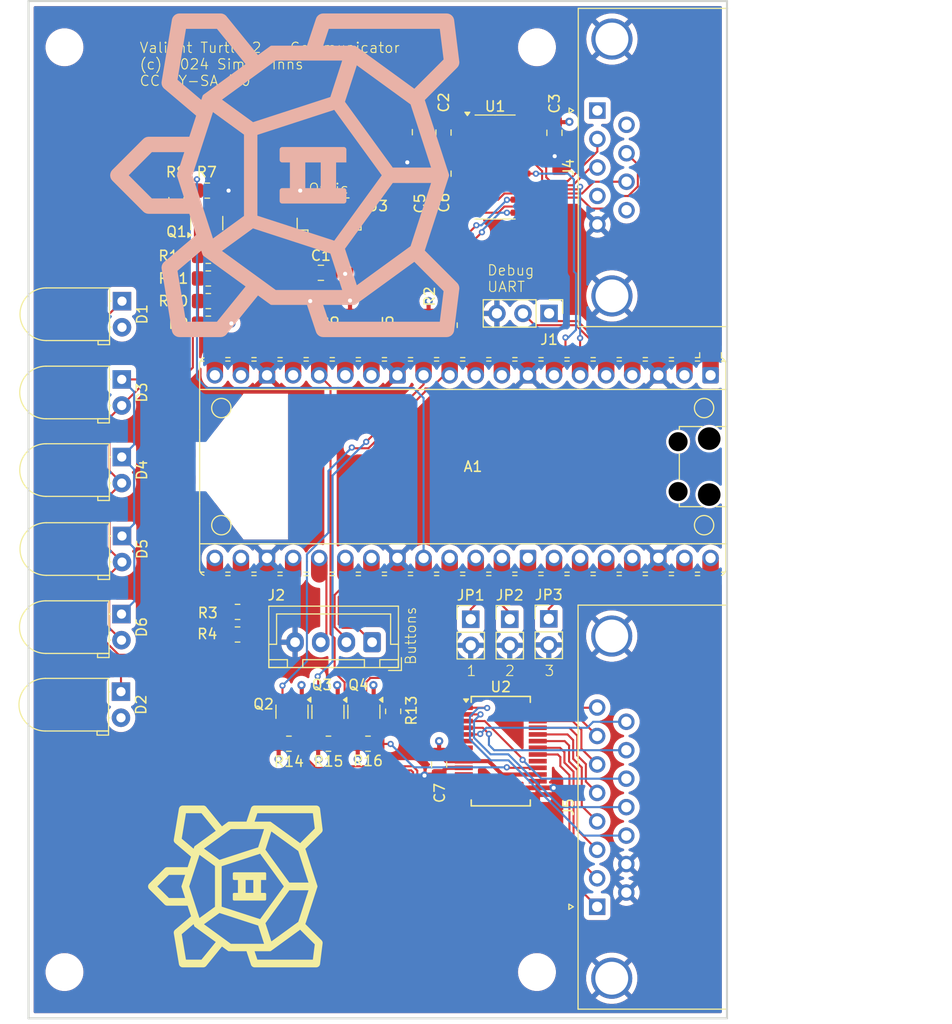
<source format=kicad_pcb>
(kicad_pcb (version 20240108) (generator "pcbnew") (generator_version "8.0")
  (layers (0 "F.Cu" signal) (1 "In1.Cu" power "PWR.Cu") (2 "In2.Cu" power "GND.Cu") (31 "B.Cu" signal) (34 "B.Paste" user) (35 "F.Paste" user) (36 "B.SilkS" user "B.Silkscreen") (37 "F.SilkS" user "F.Silkscreen") (38 "B.Mask" user) (39 "F.Mask" user) (44 "Edge.Cuts" user))
  (net 0 "")
  (net 3 "SCK0")
  (net 4 "SCK1")
  (net 6 "Net-(A1-GPIO16)")
  (net 7 "TxD1")
  (net 8 "RTS1")
  (net 9 "+5V")
  (net 10 "GND")
  (net 12 "+3V3")
  (net 14 "INT0")
  (net 15 "Net-(A1-GPIO20)")
  (net 16 "Net-(A1-GPIO1)")
  (net 19 "CTS1")
  (net 20 "SDA0")
  (net 21 "Net-(A1-GPIO26_ADC0)")
  (net 22 "RxD1")
  (net 26 "SDA1")
  (net 27 "Net-(A1-GPIO27_ADC1)")
  (net 28 "Net-(A1-GPIO18)")
  (net 30 "Net-(A1-GPIO19)")
  (net 31 "Net-(A1-GPIO28_ADC2)")
  (net 32 "Net-(U1-C1-)")
  (net 33 "Net-(A1-GPIO0)")
  (net 36 "Net-(A1-GPIO21)")
  (net 37 "Net-(U1-C1+)")
  (net 39 "IR_LED")
  (net 43 "Net-(U1-VS+)")
  (net 49 "Net-(U1-VS-)")
  (net 50 "Net-(U1-C2+)")
  (net 51 "Net-(U1-C2-)")
  (net 55 "Net-(D1-K)")
  (net 56 "Net-(D2-K)")
  (net 57 "Net-(D3-A)")
  (net 58 "Net-(D3-K)")
  (net 59 "Net-(U1-R2IN)")
  (net 61 "Net-(U1-T1OUT)")
  (net 62 "Net-(U1-T2OUT)")
  (net 63 "Net-(U1-R1IN)")
  (net 68 "/Parallel Interface/DAT5")
  (net 69 "/Parallel Interface/UN0")
  (net 70 "/Parallel Interface/DAT4")
  (net 71 "/Parallel Interface/DAT6")
  (net 72 "/Parallel Interface/DAT7")
  (net 73 "/Parallel Interface/~{ACK}")
  (net 74 "/Parallel Interface/DAT3")
  (net 75 "/Parallel Interface/DAT1")
  (net 76 "/Parallel Interface/DAT2")
  (net 77 "/Parallel Interface/BUSY")
  (net 78 "/Parallel Interface/DAT0")
  (net 79 "/Parallel Interface/UN1")
  (net 80 "/Parallel Interface/~{DATASTROBE}")
  (net 81 "Net-(Q1-G)")
  (net 82 "SDA_5")
  (net 83 "SCK_5")
  (net 84 "INT_5")
  (footprint "Capacitor_SMD:C_0805_2012Metric_Pad1.18x1.45mm_HandSolder" (layer "F.Cu") (at 191.2 52.825 -90)
    (property "Reference" "C3" (at -2.85 0 90) (layer "F.SilkS"))
    (property "Value" "100nF")
    (pad "1" smd roundrect (at -1.0375 0 270) (size 1.175 1.45) (layers "F.Cu" "F.Paste" "F.Mask") (roundrect_rratio 0.212766) (net 12 "+3V3"))
    (pad "2" smd roundrect (at 1.0375 0 270) (size 1.175 1.45) (layers "F.Cu" "F.Paste" "F.Mask") (roundrect_rratio 0.212766) (net 10 "GND"))
  )
  (footprint "Capacitor_SMD:C_0805_2012Metric_Pad1.18x1.45mm_HandSolder" (layer "F.Cu") (at 178.1 56.7375 90)
    (property "Reference" "C5" (at -2.9625 0 90) (layer "F.SilkS"))
    (property "Value" "100nF")
    (pad "1" smd roundrect (at -1.0375 0 90) (size 1.175 1.45) (layers "F.Cu" "F.Paste" "F.Mask") (roundrect_rratio 0.212766) (net 49 "Net-(U1-VS-)"))
    (pad "2" smd roundrect (at 1.0375 0 90) (size 1.175 1.45) (layers "F.Cu" "F.Paste" "F.Mask") (roundrect_rratio 0.212766) (net 10 "GND"))
  )
  (footprint "Capacitor_SMD:C_0805_2012Metric_Pad1.18x1.45mm_HandSolder" (layer "F.Cu") (at 168.4625 66.45)
    (property "Reference" "C1" (at 0 -1.68 0) (layer "F.SilkS"))
    (property "Value" "100nF")
    (pad "1" smd roundrect (at -1.0375 0) (size 1.175 1.45) (layers "F.Cu" "F.Paste" "F.Mask") (roundrect_rratio 0.212766) (net 10 "GND"))
    (pad "2" smd roundrect (at 1.0375 0) (size 1.175 1.45) (layers "F.Cu" "F.Paste" "F.Mask") (roundrect_rratio 0.212766) (net 12 "+3V3"))
  )
  (footprint "Resistor_SMD:R_0805_2012Metric_Pad1.20x1.40mm_HandSolder" (layer "F.Cu") (at 154.4 59.35 90)
    (property "Reference" "R8" (at 2.7 -0.05 180) (layer "F.SilkS"))
    (property "Value" "100R")
    (pad "1" smd roundrect (at -1 0 90) (size 1.2 1.4) (layers "F.Cu" "F.Paste" "F.Mask") (roundrect_rratio 0.208333) (net 81 "Net-(Q1-G)"))
    (pad "2" smd roundrect (at 1 0 90) (size 1.2 1.4) (layers "F.Cu" "F.Paste" "F.Mask") (roundrect_rratio 0.208333) (net 39 "IR_LED"))
  )
  (footprint "LED_THT:LED_D5.0mm_Horizontal_O1.27mm_Z3.0mm_IRBlack" (layer "F.Cu") (at 149.05 99.66 -90)
    (property "Reference" "D6" (at 1.27 -1.96 90) (layer "F.SilkS"))
    (property "Value" "OSRAM SFH4557")
    (pad "1" thru_hole rect (at 0 0 270) (size 1.8 1.8) (drill 0.9) (layers "*.Cu" "*.Mask") (net 58 "Net-(D3-K)"))
    (pad "2" thru_hole circle (at 2.54 0 270) (size 1.8 1.8) (drill 0.9) (layers "*.Cu" "*.Mask") (net 57 "Net-(D3-A)"))
  )
  (footprint "Resistor_SMD:R_0805_2012Metric_Pad1.20x1.40mm_HandSolder" (layer "F.Cu") (at 169.2 112.275)
    (property "Reference" "R15" (at 0 1.725 0) (layer "F.SilkS"))
    (property "Value" "10K")
    (pad "1" smd roundrect (at -1 0) (size 1.2 1.4) (layers "F.Cu" "F.Paste" "F.Mask") (roundrect_rratio 0.208333) (net 9 "+5V"))
    (pad "2" smd roundrect (at 1 0) (size 1.2 1.4) (layers "F.Cu" "F.Paste" "F.Mask") (roundrect_rratio 0.208333) (net 83 "SCK_5"))
  )
  (footprint "Resistor_SMD:R_0805_2012Metric_Pad1.20x1.40mm_HandSolder" (layer "F.Cu") (at 157.5 67 180)
    (property "Reference" "R11" (at 3.4 0 0) (layer "F.SilkS"))
    (property "Value" "10R")
    (pad "1" smd roundrect (at -1 0 180) (size 1.2 1.4) (layers "F.Cu" "F.Paste" "F.Mask") (roundrect_rratio 0.208333) (net 9 "+5V"))
    (pad "2" smd roundrect (at 1 0 180) (size 1.2 1.4) (layers "F.Cu" "F.Paste" "F.Mask") (roundrect_rratio 0.208333) (net 57 "Net-(D3-A)"))
  )
  (footprint "Capacitor_SMD:C_0805_2012Metric_Pad1.18x1.45mm_HandSolder" (layer "F.Cu") (at 180.4 52.8 90)
    (property "Reference" "C2" (at 2.925 0.025 90) (layer "F.SilkS"))
    (property "Value" "100nF")
    (pad "1" smd roundrect (at -1.0375 0 90) (size 1.175 1.45) (layers "F.Cu" "F.Paste" "F.Mask") (roundrect_rratio 0.212766) (net 32 "Net-(U1-C1-)"))
    (pad "2" smd roundrect (at 1.0375 0 90) (size 1.175 1.45) (layers "F.Cu" "F.Paste" "F.Mask") (roundrect_rratio 0.212766) (net 37 "Net-(U1-C1+)"))
  )
  (footprint "Connector_PinHeader_2.54mm:PinHeader_1x02_P2.54mm_Vertical" (layer "F.Cu") (at 186.85 100.16)
    (property "Reference" "JP2" (at 0 -2.33 0) (layer "F.SilkS"))
    (property "Value" "Option_1")
    (pad "1" thru_hole rect (at 0 0) (size 1.7 1.7) (drill 1) (layers "*.Cu" "*.Mask") (net 27 "Net-(A1-GPIO27_ADC1)"))
    (pad "2" thru_hole oval (at 0 2.54) (size 1.7 1.7) (drill 1) (layers "*.Cu" "*.Mask") (net 10 "GND"))
  )
  (footprint "LED_THT:LED_D5.0mm_Horizontal_O1.27mm_Z3.0mm_IRBlack" (layer "F.Cu") (at 149.075 76.825 -90)
    (property "Reference" "D3" (at 1.27 -1.96 90) (layer "F.SilkS"))
    (property "Value" "OSRAM SFH4557")
    (pad "1" thru_hole rect (at 0 0 270) (size 1.8 1.8) (drill 0.9) (layers "*.Cu" "*.Mask") (net 58 "Net-(D3-K)"))
    (pad "2" thru_hole circle (at 2.54 0 270) (size 1.8 1.8) (drill 0.9) (layers "*.Cu" "*.Mask") (net 57 "Net-(D3-A)"))
  )
  (footprint "LED_THT:LED_D5.0mm_Horizontal_O1.27mm_Z3.0mm_Clear" (layer "F.Cu") (at 149.1 69.21 -90)
    (property "Reference" "D1" (at 1.27 -1.96 90) (layer "F.SilkS"))
    (property "Value" "Green")
    (pad "1" thru_hole rect (at 0 0 270) (size 1.8 1.8) (drill 0.9) (layers "*.Cu" "*.Mask") (net 55 "Net-(D1-K)"))
    (pad "2" thru_hole circle (at 2.54 0 270) (size 1.8 1.8) (drill 0.9) (layers "*.Cu" "*.Mask") (net 12 "+3V3"))
  )
  (footprint "MountingHole:MountingHole_3.2mm_M3" (layer "F.Cu") (at 143.5 44.5)
    (property "Reference" "H1" (hide yes))
    (property "Value" "MountingHole")
    (pad "" np_thru_hole circle (at 0 0) (size 3.2 3.2) (drill 3.2) (layers "*.Cu" "*.Mask"))
  )
  (footprint "Resistor_SMD:R_0805_2012Metric_Pad1.20x1.40mm_HandSolder" (layer "F.Cu") (at 157.5 71.4 180)
    (property "Reference" "R9" (at 2.9 0 0) (layer "F.SilkS"))
    (property "Value" "10R")
    (pad "1" smd roundrect (at -1 0 180) (size 1.2 1.4) (layers "F.Cu" "F.Paste" "F.Mask") (roundrect_rratio 0.208333) (net 9 "+5V"))
    (pad "2" smd roundrect (at 1 0 180) (size 1.2 1.4) (layers "F.Cu" "F.Paste" "F.Mask") (roundrect_rratio 0.208333) (net 57 "Net-(D3-A)"))
  )
  (footprint "Connector_JST:JST_SH_BM04B-SRSS-TB_1x04-1MP_P1.00mm_Vertical" (layer "F.Cu") (at 169.2625 61.175)
    (property "Reference" "J3" (at 4.8875 -1.225 0) (layer "F.SilkS"))
    (property "Value" "Qwiic1")
    (pad "1" smd roundrect (at -1.5 1.325) (size 0.6 1.55) (layers "F.Cu" "F.Paste" "F.Mask") (net 10 "GND"))
    (pad "2" smd roundrect (at -0.5 1.325) (size 0.6 1.55) (layers "F.Cu" "F.Paste" "F.Mask") (net 12 "+3V3"))
    (pad "3" smd roundrect (at 0.5 1.325) (size 0.6 1.55) (layers "F.Cu" "F.Paste" "F.Mask") (net 26 "SDA1"))
    (pad "4" smd roundrect (at 1.5 1.325) (size 0.6 1.55) (layers "F.Cu" "F.Paste" "F.Mask") (net 4 "SCK1"))
    (pad "MP" smd roundrect (at -2.8 -1.2) (size 1.2 1.8) (layers "F.Cu" "F.Paste" "F.Mask") (roundrect_rratio 0.208333) (net 10 "GND"))
    (pad "MP" smd roundrect (at 2.8 -1.2) (size 1.2 1.8) (layers "F.Cu" "F.Paste" "F.Mask") (roundrect_rratio 0.208333) (net 10 "GND"))
  )
  (footprint "Resistor_SMD:R_0805_2012Metric_Pad1.20x1.40mm_HandSolder" (layer "F.Cu") (at 171.3 71.55 -90)
    (property "Reference" "R6" (at 0 1.65 90) (layer "F.SilkS"))
    (property "Value" "10K")
    (pad "1" smd roundrect (at -1 0 270) (size 1.2 1.4) (layers "F.Cu" "F.Paste" "F.Mask") (roundrect_rratio 0.208333) (net 12 "+3V3"))
    (pad "2" smd roundrect (at 1 0 270) (size 1.2 1.4) (layers "F.Cu" "F.Paste" "F.Mask") (roundrect_rratio 0.208333) (net 4 "SCK1"))
  )
  (footprint "Resistor_SMD:R_0805_2012Metric_Pad1.20x1.40mm_HandSolder" (layer "F.Cu") (at 178.95 71.55 -90)
    (property "Reference" "R2" (at -2.8 -0.1 90) (layer "F.SilkS"))
    (property "Value" "10K")
    (pad "1" smd roundrect (at -1 0 270) (size 1.2 1.4) (layers "F.Cu" "F.Paste" "F.Mask") (roundrect_rratio 0.208333) (net 12 "+3V3"))
    (pad "2" smd roundrect (at 1 0 270) (size 1.2 1.4) (layers "F.Cu" "F.Paste" "F.Mask") (roundrect_rratio 0.208333) (net 3 "SCK0"))
  )
  (footprint "Resistor_SMD:R_0805_2012Metric_Pad1.20x1.40mm_HandSolder" (layer "F.Cu") (at 173.35 71.55 -90)
    (property "Reference" "R5" (at 0 -1.65 90) (layer "F.SilkS"))
    (property "Value" "10K")
    (pad "1" smd roundrect (at -1 0 270) (size 1.2 1.4) (layers "F.Cu" "F.Paste" "F.Mask") (roundrect_rratio 0.208333) (net 12 "+3V3"))
    (pad "2" smd roundrect (at 1 0 270) (size 1.2 1.4) (layers "F.Cu" "F.Paste" "F.Mask") (roundrect_rratio 0.208333) (net 26 "SDA1"))
  )
  (footprint "LED_THT:LED_D5.0mm_Horizontal_O1.27mm_Z3.0mm_Clear" (layer "F.Cu") (at 149 107.21 -90)
    (property "Reference" "D2" (at 1.27 -1.96 90) (layer "F.SilkS"))
    (property "Value" "Blue")
    (pad "1" thru_hole rect (at 0 0 270) (size 1.8 1.8) (drill 0.9) (layers "*.Cu" "*.Mask") (net 56 "Net-(D2-K)"))
    (pad "2" thru_hole circle (at 2.54 0 270) (size 1.8 1.8) (drill 0.9) (layers "*.Cu" "*.Mask") (net 12 "+3V3"))
  )
  (footprint "Module_RaspberryPi_Pico:RaspberryPi_Pico_Common" (layer "F.Cu") (at 182.27 85.31 -90)
    (property "Reference" "A1" (at 0 0 0) (layer "F.SilkS") (effects (justify left)))
    (property "Value" "RaspberryPi_Pico_W")
    (pad "" np_thru_hole circle (at -2.725 -24 270) (size 2.2 2.2) (drill 2.2) (layers "*.Mask"))
    (pad "" np_thru_hole circle (at -2.425 -20.97 270) (size 1.85 1.85) (drill 1.85) (layers "*.Mask"))
    (pad "" np_thru_hole circle (at 2.425 -20.97 270) (size 1.85 1.85) (drill 1.85) (layers "*.Mask"))
    (pad "" np_thru_hole circle (at 2.725 -24 270) (size 2.2 2.2) (drill 2.2) (layers "*.Mask"))
    (pad "1" thru_hole roundrect (at -8.89 -24.13 270) (size 1.6 1.6) (drill 1) (layers "*.Cu" "*.Mask") (roundrect_rratio 0.125) (net 33 "Net-(A1-GPIO0)"))
    (pad "1" smd custom (at -8.89 -24.13 270) (size 1.6 1.6) (layers "F.Cu" "F.Mask") (net 33 "Net-(A1-GPIO0)") (options (clearance outline) (anchor circle)) (primitives (gr_poly (pts (xy -2.4 0.6) (xy -2.4 -0.6) (xy -2.2 -0.8) (xy 0 -0.8) (xy 0 0.8) (xy -2.2 0.8)) (width 0) (fill yes)) (gr_circle (center -2.2 0.6) (end -2 0.6) (width 0) (fill yes)) (gr_circle (center -2.2 -0.6) (end -2 -0.6) (width 0) (fill yes))))
    (pad "2" thru_hole circle (at -8.89 -21.59 270) (size 1.6 1.6) (drill 1) (layers "*.Cu" "*.Mask") (net 16 "Net-(A1-GPIO1)"))
    (pad "2" smd roundrect (at -8.89 -21.59 270) (size 3.2 1.6) (drill (offset -0.8 0)) (layers "F.Cu" "F.Mask") (roundrect_rratio 0.5) (net 16 "Net-(A1-GPIO1)"))
    (pad "3" thru_hole custom (at -8.89 -19.05 270) (size 1.6 1.6) (drill 1) (layers "*.Cu" "*.Mask") (net 10 "GND") (options (clearance outline) (anchor circle)) (primitives (gr_poly (pts (xy 0.8 0.6) (xy 0.8 -0.6) (xy 0.6 -0.8) (xy 0 -0.8) (xy 0 0.8) (xy 0.6 0.8)) (width 0) (fill yes)) (gr_circle (center 0.6 0.6) (end 0.8 0.6) (width 0) (fill yes)) (gr_circle (center 0.6 -0.6) (end 0.8 -0.6) (width 0) (fill yes))))
    (pad "3" smd custom (at -8.89 -19.05 270) (size 1.6 1.6) (layers "F.Cu" "F.Mask") (net 10 "GND") (options (clearance outline) (anchor circle)) (primitives (gr_poly (pts (xy 0.8 -0.6) (xy 0.8 0.6) (xy 0.6 0.8) (xy -1.6 0.8) (xy -1.6 -0.8) (xy 0.6 -0.8)) (width 0) (fill yes)) (gr_circle (center 0.6 0.6) (end 0.8 0.6) (width 0) (fill yes)) (gr_circle (center 0.6 -0.6) (end 0.8 -0.6) (width 0) (fill yes)) (gr_circle (center -1.6 0) (end -0.8 0) (width 0) (fill yes))))
    (pad "4" thru_hole circle (at -8.89 -16.51 270) (size 1.6 1.6) (drill 1) (layers "*.Cu" "*.Mask"))
    (pad "4" smd roundrect (at -8.89 -16.51 270) (size 3.2 1.6) (drill (offset -0.8 0)) (layers "F.Cu" "F.Mask") (roundrect_rratio 0.5))
    (pad "5" thru_hole circle (at -8.89 -13.97 270) (size 1.6 1.6) (drill 1) (layers "*.Cu" "*.Mask"))
    (pad "5" smd roundrect (at -8.89 -13.97 270) (size 3.2 1.6) (drill (offset -0.8 0)) (layers "F.Cu" "F.Mask") (roundrect_rratio 0.5))
    (pad "6" thru_hole circle (at -8.89 -11.43 270) (size 1.6 1.6) (drill 1) (layers "*.Cu" "*.Mask") (net 7 "TxD1"))
    (pad "6" smd roundrect (at -8.89 -11.43 270) (size 3.2 1.6) (drill (offset -0.8 0)) (layers "F.Cu" "F.Mask") (roundrect_rratio 0.5) (net 7 "TxD1"))
    (pad "7" thru_hole circle (at -8.89 -8.89 270) (size 1.6 1.6) (drill 1) (layers "*.Cu" "*.Mask") (net 22 "RxD1"))
    (pad "7" smd roundrect (at -8.89 -8.89 270) (size 3.2 1.6) (drill (offset -0.8 0)) (layers "F.Cu" "F.Mask") (roundrect_rratio 0.5) (net 22 "RxD1"))
    (pad "8" thru_hole custom (at -8.89 -6.35 270) (size 1.6 1.6) (drill 1) (layers "*.Cu" "*.Mask") (net 10 "GND") (options (clearance outline) (anchor circle)) (primitives (gr_poly (pts (xy 0.8 0.6) (xy 0.8 -0.6) (xy 0.6 -0.8) (xy 0 -0.8) (xy 0 0.8) (xy 0.6 0.8)) (width 0) (fill yes)) (gr_circle (center 0.6 0.6) (end 0.8 0.6) (width 0) (fill yes)) (gr_circle (center 0.6 -0.6) (end 0.8 -0.6) (width 0) (fill yes))))
    (pad "8" smd custom (at -8.89 -6.35 270) (size 1.6 1.6) (layers "F.Cu" "F.Mask") (net 10 "GND") (options (clearance outline) (anchor circle)) (primitives (gr_poly (pts (xy 0.8 -0.6) (xy 0.8 0.6) (xy 0.6 0.8) (xy -1.6 0.8) (xy -1.6 -0.8) (xy 0.6 -0.8)) (width 0) (fill yes)) (gr_circle (center 0.6 0.6) (end 0.8 0.6) (width 0) (fill yes)) (gr_circle (center 0.6 -0.6) (end 0.8 -0.6) (width 0) (fill yes)) (gr_circle (center -1.6 0) (end -0.8 0) (width 0) (fill yes))))
    (pad "9" thru_hole circle (at -8.89 -3.81 270) (size 1.6 1.6) (drill 1) (layers "*.Cu" "*.Mask") (net 19 "CTS1"))
    (pad "9" smd roundrect (at -8.89 -3.81 270) (size 3.2 1.6) (drill (offset -0.8 0)) (layers "F.Cu" "F.Mask") (roundrect_rratio 0.5) (net 19 "CTS1"))
    (pad "10" thru_hole circle (at -8.89 -1.27 270) (size 1.6 1.6) (drill 1) (layers "*.Cu" "*.Mask") (net 8 "RTS1"))
    (pad "10" smd roundrect (at -8.89 -1.27 270) (size 3.2 1.6) (drill (offset -0.8 0)) (layers "F.Cu" "F.Mask") (roundrect_rratio 0.5) (net 8 "RTS1"))
    (pad "11" thru_hole circle (at -8.89 1.27 270) (size 1.6 1.6) (drill 1) (layers "*.Cu" "*.Mask") (net 20 "SDA0"))
    (pad "11" smd roundrect (at -8.89 1.27 270) (size 3.2 1.6) (drill (offset -0.8 0)) (layers "F.Cu" "F.Mask") (roundrect_rratio 0.5) (net 20 "SDA0"))
    (pad "12" thru_hole circle (at -8.89 3.81 270) (size 1.6 1.6) (drill 1) (layers "*.Cu" "*.Mask") (net 3 "SCK0"))
    (pad "12" smd roundrect (at -8.89 3.81 270) (size 3.2 1.6) (drill (offset -0.8 0)) (layers "F.Cu" "F.Mask") (roundrect_rratio 0.5) (net 3 "SCK0"))
    (pad "13" thru_hole custom (at -8.89 6.35 270) (size 1.6 1.6) (drill 1) (layers "*.Cu" "*.Mask") (net 10 "GND") (options (clearance outline) (anchor circle)) (primitives (gr_poly (pts (xy 0.8 0.6) (xy 0.8 -0.6) (xy 0.6 -0.8) (xy 0 -0.8) (xy 0 0.8) (xy 0.6 0.8)) (width 0) (fill yes)) (gr_circle (center 0.6 0.6) (end 0.8 0.6) (width 0) (fill yes)) (gr_circle (center 0.6 -0.6) (end 0.8 -0.6) (width 0) (fill yes))))
    (pad "13" smd custom (at -8.89 6.35 270) (size 1.6 1.6) (layers "F.Cu" "F.Mask") (net 10 "GND") (options (clearance outline) (anchor circle)) (primitives (gr_poly (pts (xy 0.8 -0.6) (xy 0.8 0.6) (xy 0.6 0.8) (xy -1.6 0.8) (xy -1.6 -0.8) (xy 0.6 -0.8)) (width 0) (fill yes)) (gr_circle (center 0.6 0.6) (end 0.8 0.6) (width 0) (fill yes)) (gr_circle (center 0.6 -0.6) (end 0.8 -0.6) (width 0) (fill yes)) (gr_circle (center -1.6 0) (end -0.8 0) (width 0) (fill yes))))
    (pad "14" thru_hole circle (at -8.89 8.89 270) (size 1.6 1.6) (drill 1) (layers "*.Cu" "*.Mask") (net 26 "SDA1"))
    (pad "14" smd roundrect (at -8.89 8.89 270) (size 3.2 1.6) (drill (offset -0.8 0)) (layers "F.Cu" "F.Mask") (roundrect_rratio 0.5) (net 26 "SDA1"))
    (pad "15" thru_hole circle (at -8.89 11.43 270) (size 1.6 1.6) (drill 1) (layers "*.Cu" "*.Mask") (net 4 "SCK1"))
    (pad "15" smd roundrect (at -8.89 11.43 270) (size 3.2 1.6) (drill (offset -0.8 0)) (layers "F.Cu" "F.Mask") (roundrect_rratio 0.5) (net 4 "SCK1"))
    (pad "16" thru_hole circle (at -8.89 13.97 270) (size 1.6 1.6) (drill 1) (layers "*.Cu" "*.Mask") (net 14 "INT0"))
    (pad "16" smd roundrect (at -8.89 13.97 270) (size 3.2 1.6) (drill (offset -0.8 0)) (layers "F.Cu" "F.Mask") (roundrect_rratio 0.5) (net 14 "INT0"))
    (pad "17" thru_hole circle (at -8.89 16.51 270) (size 1.6 1.6) (drill 1) (layers "*.Cu" "*.Mask"))
    (pad "17" smd roundrect (at -8.89 16.51 270) (size 3.2 1.6) (drill (offset -0.8 0)) (layers "F.Cu" "F.Mask") (roundrect_rratio 0.5))
    (pad "18" thru_hole custom (at -8.89 19.05 270) (size 1.6 1.6) (drill 1) (layers "*.Cu" "*.Mask") (net 10 "GND") (options (clearance outline) (anchor circle)) (primitives (gr_poly (pts (xy 0.8 0.6) (xy 0.8 -0.6) (xy 0.6 -0.8) (xy 0 -0.8) (xy 0 0.8) (xy 0.6 0.8)) (width 0) (fill yes)) (gr_circle (center 0.6 0.6) (end 0.8 0.6) (width 0) (fill yes)) (gr_circle (center 0.6 -0.6) (end 0.8 -0.6) (width 0) (fill yes))))
    (pad "18" smd custom (at -8.89 19.05 270) (size 1.6 1.6) (layers "F.Cu" "F.Mask") (net 10 "GND") (options (clearance outline) (anchor circle)) (primitives (gr_poly (pts (xy 0.8 -0.6) (xy 0.8 0.6) (xy 0.6 0.8) (xy -1.6 0.8) (xy -1.6 -0.8) (xy 0.6 -0.8)) (width 0) (fill yes)) (gr_circle (center 0.6 0.6) (end 0.8 0.6) (width 0) (fill yes)) (gr_circle (center 0.6 -0.6) (end 0.8 -0.6) (width 0) (fill yes)) (gr_circle (center -1.6 0) (end -0.8 0) (width 0) (fill yes))))
    (pad "19" thru_hole circle (at -8.89 21.59 270) (size 1.6 1.6) (drill 1) (layers "*.Cu" "*.Mask"))
    (pad "19" smd roundrect (at -8.89 21.59 270) (size 3.2 1.6) (drill (offset -0.8 0)) (layers "F.Cu" "F.Mask") (roundrect_rratio 0.5))
    (pad "20" thru_hole circle (at -8.89 24.13 270) (size 1.6 1.6) (drill 1) (layers "*.Cu" "*.Mask"))
    (pad "20" smd roundrect (at -8.89 24.13 270) (size 3.2 1.6) (drill (offset -0.8 0)) (layers "F.Cu" "F.Mask") (roundrect_rratio 0.5))
    (pad "21" thru_hole circle (at 8.89 24.13 270) (size 1.6 1.6) (drill 1) (layers "*.Cu" "*.Mask") (net 6 "Net-(A1-GPIO16)"))
    (pad "21" smd roundrect (at 8.89 24.13 270) (size 3.2 1.6) (drill (offset 0.8 0)) (layers "F.Cu" "F.Mask") (roundrect_rratio 0.5) (net 6 "Net-(A1-GPIO16)"))
    (pad "22" thru_hole circle (at 8.89 21.59 270) (size 1.6 1.6) (drill 1) (layers "*.Cu" "*.Mask"))
    (pad "22" smd roundrect (at 8.89 21.59 270) (size 3.2 1.6) (drill (offset 0.8 0)) (layers "F.Cu" "F.Mask") (roundrect_rratio 0.5))
    (pad "23" thru_hole custom (at 8.89 19.05 270) (size 1.6 1.6) (drill 1) (layers "*.Cu" "*.Mask") (net 10 "GND") (options (clearance outline) (anchor circle)) (primitives (gr_poly (pts (xy -0.8 0.6) (xy -0.8 -0.6) (xy -0.6 -0.8) (xy 0 -0.8) (xy 0 0.8) (xy -0.6 0.8)) (width 0) (fill yes)) (gr_circle (center -0.6 0.6) (end -0.4 0.6) (width 0) (fill yes)) (gr_circle (center -0.6 -0.6) (end -0.4 -0.6) (width 0) (fill yes))))
    (pad "23" smd custom (at 8.89 19.05 270) (size 1.6 1.6) (layers "F.Cu" "F.Mask") (net 10 "GND") (options (clearance outline) (anchor circle)) (primitives (gr_poly (pts (xy -0.8 -0.6) (xy -0.8 0.6) (xy -0.6 0.8) (xy 1.6 0.8) (xy 1.6 -0.8) (xy -0.6 -0.8)) (width 0) (fill yes)) (gr_circle (center -0.6 0.6) (end -0.4 0.6) (width 0) (fill yes)) (gr_circle (center -0.6 -0.6) (end -0.4 -0.6) (width 0) (fill yes)) (gr_circle (center 1.6 0) (end 2.4 0) (width 0) (fill yes))))
    (pad "24" thru_hole circle (at 8.89 16.51 270) (size 1.6 1.6) (drill 1) (layers "*.Cu" "*.Mask") (net 28 "Net-(A1-GPIO18)"))
    (pad "24" smd roundrect (at 8.89 16.51 270) (size 3.2 1.6) (drill (offset 0.8 0)) (layers "F.Cu" "F.Mask") (roundrect_rratio 0.5) (net 28 "Net-(A1-GPIO18)"))
    (pad "25" thru_hole circle (at 8.89 13.97 270) (size 1.6 1.6) (drill 1) (layers "*.Cu" "*.Mask") (net 30 "Net-(A1-GPIO19)"))
    (pad "25" smd roundrect (at 8.89 13.97 270) (size 3.2 1.6) (drill (offset 0.8 0)) (layers "F.Cu" "F.Mask") (roundrect_rratio 0.5) (net 30 "Net-(A1-GPIO19)"))
    (pad "26" thru_hole circle (at 8.89 11.43 270) (size 1.6 1.6) (drill 1) (layers "*.Cu" "*.Mask") (net 15 "Net-(A1-GPIO20)"))
    (pad "26" smd roundrect (at 8.89 11.43 270) (size 3.2 1.6) (drill (offset 0.8 0)) (layers "F.Cu" "F.Mask") (roundrect_rratio 0.5) (net 15 "Net-(A1-GPIO20)"))
    (pad "27" thru_hole circle (at 8.89 8.89 270) (size 1.6 1.6) (drill 1) (layers "*.Cu" "*.Mask") (net 36 "Net-(A1-GPIO21)"))
    (pad "27" smd roundrect (at 8.89 8.89 270) (size 3.2 1.6) (drill (offset 0.8 0)) (layers "F.Cu" "F.Mask") (roundrect_rratio 0.5) (net 36 "Net-(A1-GPIO21)"))
    (pad "28" thru_hole custom (at 8.89 6.35 270) (size 1.6 1.6) (drill 1) (layers "*.Cu" "*.Mask") (net 10 "GND") (options (clearance outline) (anchor circle)) (primitives (gr_poly (pts (xy -0.8 0.6) (xy -0.8 -0.6) (xy -0.6 -0.8) (xy 0 -0.8) (xy 0 0.8) (xy -0.6 0.8)) (width 0) (fill yes)) (gr_circle (center -0.6 0.6) (end -0.4 0.6) (width 0) (fill yes)) (gr_circle (center -0.6 -0.6) (end -0.4 -0.6) (width 0) (fill yes))))
    (pad "28" smd custom (at 8.89 6.35 270) (size 1.6 1.6) (layers "F.Cu" "F.Mask") (net 10 "GND") (options (clearance outline) (anchor circle)) (primitives (gr_poly (pts (xy -0.8 -0.6) (xy -0.8 0.6) (xy -0.6 0.8) (xy 1.6 0.8) (xy 1.6 -0.8) (xy -0.6 -0.8)) (width 0) (fill yes)) (gr_circle (center -0.6 0.6) (end -0.4 0.6) (width 0) (fill yes)) (gr_circle (center -0.6 -0.6) (end -0.4 -0.6) (width 0) (fill yes)) (gr_circle (center 1.6 0) (end 2.4 0) (width 0) (fill yes))))
    (pad "29" thru_hole circle (at 8.89 3.81 270) (size 1.6 1.6) (drill 1) (layers "*.Cu" "*.Mask") (net 39 "IR_LED"))
    (pad "29" smd roundrect (at 8.89 3.81 270) (size 3.2 1.6) (drill (offset 0.8 0)) (layers "F.Cu" "F.Mask") (roundrect_rratio 0.5) (net 39 "IR_LED"))
    (pad "30" thru_hole circle (at 8.89 1.27 270) (size 1.6 1.6) (drill 1) (layers "*.Cu" "*.Mask"))
    (pad "30" smd roundrect (at 8.89 1.27 270) (size 3.2 1.6) (drill (offset 0.8 0)) (layers "F.Cu" "F.Mask") (roundrect_rratio 0.5))
    (pad "31" thru_hole circle (at 8.89 -1.27 270) (size 1.6 1.6) (drill 1) (layers "*.Cu" "*.Mask") (net 21 "Net-(A1-GPIO26_ADC0)"))
    (pad "31" smd roundrect (at 8.89 -1.27 270) (size 3.2 1.6) (drill (offset 0.8 0)) (layers "F.Cu" "F.Mask") (roundrect_rratio 0.5) (net 21 "Net-(A1-GPIO26_ADC0)"))
    (pad "32" thru_hole circle (at 8.89 -3.81 270) (size 1.6 1.6) (drill 1) (layers "*.Cu" "*.Mask") (net 27 "Net-(A1-GPIO27_ADC1)"))
    (pad "32" smd roundrect (at 8.89 -3.81 270) (size 3.2 1.6) (drill (offset 0.8 0)) (layers "F.Cu" "F.Mask") (roundrect_rratio 0.5) (net 27 "Net-(A1-GPIO27_ADC1)"))
    (pad "33" thru_hole custom (at 8.89 -6.35 270) (size 1.6 1.6) (drill 1) (layers "*.Cu" "*.Mask") (options (clearance outline) (anchor circle)) (primitives (gr_poly (pts (xy -0.8 0.6) (xy -0.8 -0.6) (xy -0.6 -0.8) (xy 0 -0.8) (xy 0 0.8) (xy -0.6 0.8)) (width 0) (fill yes)) (gr_circle (center -0.6 0.6) (end -0.4 0.6) (width 0) (fill yes)) (gr_circle (center -0.6 -0.6) (end -0.4 -0.6) (width 0) (fill yes))))
    (pad "33" smd custom (at 8.89 -6.35 270) (size 1.6 1.6) (layers "F.Cu" "F.Mask") (options (clearance outline) (anchor circle)) (primitives (gr_poly (pts (xy -0.8 -0.6) (xy -0.8 0.6) (xy -0.6 0.8) (xy 1.6 0.8) (xy 1.6 -0.8) (xy -0.6 -0.8)) (width 0) (fill yes)) (gr_circle (center -0.6 0.6) (end -0.4 0.6) (width 0) (fill yes)) (gr_circle (center -0.6 -0.6) (end -0.4 -0.6) (width 0) (fill yes)) (gr_circle (center 1.6 0) (end 2.4 0) (width 0) (fill yes))))
    (pad "34" thru_hole circle (at 8.89 -8.89 270) (size 1.6 1.6) (drill 1) (layers "*.Cu" "*.Mask") (net 31 "Net-(A1-GPIO28_ADC2)"))
    (pad "34" smd roundrect (at 8.89 -8.89 270) (size 3.2 1.6) (drill (offset 0.8 0)) (layers "F.Cu" "F.Mask") (roundrect_rratio 0.5) (net 31 "Net-(A1-GPIO28_ADC2)"))
    (pad "35" thru_hole circle (at 8.89 -11.43 270) (size 1.6 1.6) (drill 1) (layers "*.Cu" "*.Mask"))
    (pad "35" smd roundrect (at 8.89 -11.43 270) (size 3.2 1.6) (drill (offset 0.8 0)) (layers "F.Cu" "F.Mask") (roundrect_rratio 0.5))
    (pad "36" thru_hole circle (at 8.89 -13.97 270) (size 1.6 1.6) (drill 1) (layers "*.Cu" "*.Mask") (net 12 "+3V3"))
    (pad "36" smd roundrect (at 8.89 -13.97 270) (size 3.2 1.6) (drill (offset 0.8 0)) (layers "F.Cu" "F.Mask") (roundrect_rratio 0.5) (net 12 "+3V3"))
    (pad "37" thru_hole circle (at 8.89 -16.51 270) (size 1.6 1.6) (drill 1) (layers "*.Cu" "*.Mask"))
    (pad "37" smd roundrect (at 8.89 -16.51 270) (size 3.2 1.6) (drill (offset 0.8 0)) (layers "F.Cu" "F.Mask") (roundrect_rratio 0.5))
    (pad "38" thru_hole custom (at 8.89 -19.05 270) (size 1.6 1.6) (drill 1) (layers "*.Cu" "*.Mask") (net 10 "GND") (options (clearance outline) (anchor circle)) (primitives (gr_poly (pts (xy -0.8 0.6) (xy -0.8 -0.6) (xy -0.6 -0.8) (xy 0 -0.8) (xy 0 0.8) (xy -0.6 0.8)) (width 0) (fill yes)) (gr_circle (center -0.6 0.6) (end -0.4 0.6) (width 0) (fill yes)) (gr_circle (center -0.6 -0.6) (end -0.4 -0.6) (width 0) (fill yes))))
    (pad "38" smd custom (at 8.89 -19.05 270) (size 1.6 1.6) (layers "F.Cu" "F.Mask") (net 10 "GND") (options (clearance outline) (anchor circle)) (primitives (gr_poly (pts (xy -0.8 -0.6) (xy -0.8 0.6) (xy -0.6 0.8) (xy 1.6 0.8) (xy 1.6 -0.8) (xy -0.6 -0.8)) (width 0) (fill yes)) (gr_circle (center -0.6 0.6) (end -0.4 0.6) (width 0) (fill yes)) (gr_circle (center -0.6 -0.6) (end -0.4 -0.6) (width 0) (fill yes)) (gr_circle (center 1.6 0) (end 2.4 0) (width 0) (fill yes))))
    (pad "39" thru_hole circle (at 8.89 -21.59 270) (size 1.6 1.6) (drill 1) (layers "*.Cu" "*.Mask") (net 9 "+5V"))
    (pad "39" smd roundrect (at 8.89 -21.59 270) (size 3.2 1.6) (drill (offset 0.8 0)) (layers "F.Cu" "F.Mask") (roundrect_rratio 0.5) (net 9 "+5V"))
    (pad "40" thru_hole circle (at 8.89 -24.13 270) (size 1.6 1.6) (drill 1) (layers "*.Cu" "*.Mask"))
    (pad "40" smd roundrect (at 8.89 -24.13 270) (size 3.2 1.6) (drill (offset 0.8 0)) (layers "F.Cu" "F.Mask") (roundrect_rratio 0.5))
    (zone (net 0) (net_name "") (layers "*.Cu" "*.Paste") (name "Antenna Copper Keep Out") (connect_pads (clearance 0)) (min_thickness 0.254)
      (keepout (tracks not_allowed) (vias not_allowed) (pads not_allowed) (copperpour not_allowed) (footprints allowed))
      (fill (thermal_gap 0.508) (thermal_bridge_width 0.508))
      (polygon (pts (xy 157.280105 82.91) (xy 160.930105 78.21) (xy 165.27 78.21) (xy 165.27 92.41) (xy 160.930105 92.41) (xy 157.280105 87.71) (xy 156.27 87.71) (xy 156.27 82.91)))
    )
    (zone (net 0) (net_name "") (layers "F.Cu" "F.Paste") (name "Pad Keep Out D1-W") (connect_pads (clearance 0)) (min_thickness 0.25)
      (keepout (tracks not_allowed) (vias not_allowed) (pads not_allowed) (copperpour not_allowed) (footprints allowed))
      (fill (thermal_gap 0.5) (thermal_bridge_width 0.5))
      (polygon (pts (xy 175.5826 86.6815) (xy 175.5826 85.8941) (xy 177.5574 85.8941) (xy 177.5574 86.6815) (xy 177.555478 86.7209) (xy 177.525323 86.793702) (xy 177.469602 86.849423) (xy 177.3968 86.879578) (xy 177.3574 86.8815) (xy 175.7826 86.8815) (xy 175.7432 86.879578) (xy 175.670398 86.849423) (xy 175.614677 86.793702) (xy 175.584522 86.7209)))
    )
    (zone (net 0) (net_name "") (layers "F.Cu" "F.Paste") (name "Pad Keep Out D1-W") (connect_pads (clearance 0)) (min_thickness 0.25)
      (keepout (tracks not_allowed) (vias not_allowed) (pads not_allowed) (copperpour not_allowed) (footprints allowed))
      (fill (thermal_gap 0.5) (thermal_bridge_width 0.5))
      (polygon (pts (xy 177.469602 84.938778) (xy 177.525322 84.994498) (xy 177.555478 85.0673) (xy 177.5574 85.1067) (xy 177.5574 85.8941) (xy 175.5826 85.8941) (xy 175.5826 85.1067) (xy 175.584522 85.0673) (xy 175.614678 84.994498) (xy 175.670398 84.938778) (xy 175.7432 84.908622) (xy 175.7826 84.9067) (xy 177.3574 84.9067) (xy 177.3968 84.908622)))
    )
    (zone (net 0) (net_name "") (layers "F.Cu" "F.Paste") (name "Pad Keep Out D2") (connect_pads (clearance 0)) (min_thickness 0.25)
      (keepout (tracks not_allowed) (vias not_allowed) (pads not_allowed) (copperpour not_allowed) (footprints allowed))
      (fill (thermal_gap 0.5) (thermal_bridge_width 0.5))
      (polygon (pts (xy 159.37 84.71) (xy 159.37 85.31) (arc (start 155.77 85.31) (mid 156.062893 84.602893) (end 156.77 84.31)) (xy 158.97 84.31) (xy 159.033006 84.312193) (xy 159.152852 84.351133) (xy 159.254799 84.425201) (xy 159.328867 84.527148) (xy 159.367807 84.646994)))
    )
    (zone (net 0) (net_name "") (layers "F.Cu" "F.Paste") (name "Pad Keep Out D2") (connect_pads (clearance 0)) (min_thickness 0.25)
      (keepout (tracks not_allowed) (vias not_allowed) (pads not_allowed) (copperpour not_allowed) (footprints allowed))
      (fill (thermal_gap 0.5) (thermal_bridge_width 0.5))
      (polygon (pts (xy 159.37 85.91) (xy 159.367538 85.972964) (xy 159.328624 86.092728) (xy 159.254606 86.194606) (xy 159.152728 86.268624) (xy 159.032964 86.307538) (xy 158.97 86.31) (arc (start 156.77 86.31) (mid 156.062893 86.017107) (end 155.77 85.31)) (xy 159.37 85.31)))
    )
    (zone (net 0) (net_name "") (layers "F.Cu" "F.Paste") (name "Pad Keep Out TP6") (connect_pads (clearance 0)) (min_thickness 0.25)
      (keepout (tracks not_allowed) (vias not_allowed) (pads not_allowed) (copperpour not_allowed) (footprints allowed))
      (fill (thermal_gap 0.5) (thermal_bridge_width 0.5))
      (polygon (pts (xy 193.822139 82.294455) (xy 193.856068 82.167833) (xy 193.921612 82.054306) (xy 194.014306 81.961612) (xy 194.127833 81.896068) (xy 194.254455 81.862139) (xy 194.32 81.86) (xy 194.77 81.86) (xy 194.77 83.76) (xy 194.32 83.76) (xy 194.254455 83.757861) (xy 194.127833 83.723932) (xy 194.014306 83.658388) (xy 193.921612 83.565694) (xy 193.856068 83.452167) (xy 193.822139 83.325545) (xy 193.82 83.26) (xy 193.82 82.36)))
    )
    (zone (net 0) (net_name "") (layers "F.Cu" "F.Paste") (name "Pad Keep Out TP6") (connect_pads (clearance 0)) (min_thickness 0.25)
      (keepout (tracks not_allowed) (vias not_allowed) (pads not_allowed) (copperpour not_allowed) (footprints allowed))
      (fill (thermal_gap 0.5) (thermal_bridge_width 0.5))
      (polygon (pts (xy 194.77 83.76) (xy 195.22 83.76) (xy 195.285545 83.757861) (xy 195.412167 83.723933) (xy 195.525694 83.658388) (xy 195.618388 83.565694) (xy 195.683933 83.452167) (xy 195.717861 83.325545) (xy 195.72 83.26) (xy 195.72 82.36) (xy 195.717861 82.294455) (xy 195.683933 82.167833) (xy 195.618388 82.054306) (xy 195.525694 81.961612) (xy 195.412167 81.896067) (xy 195.285545 81.862139) (xy 195.22 81.86) (xy 194.77 81.86)))
    )
    (zone (net 0) (net_name "") (layers "F.Cu" "F.Paste") (name "Pad Keep Out TP5") (connect_pads (clearance 0)) (min_thickness 0.25)
      (keepout (tracks not_allowed) (vias not_allowed) (pads not_allowed) (copperpour not_allowed) (footprints allowed))
      (fill (thermal_gap 0.5) (thermal_bridge_width 0.5))
      (polygon (pts (xy 196.322139 82.294455) (xy 196.356068 82.167833) (xy 196.421612 82.054306) (xy 196.514306 81.961612) (xy 196.627833 81.896068) (xy 196.754455 81.862139) (xy 196.82 81.86) (xy 197.27 81.86) (xy 197.27 83.76) (xy 196.82 83.76) (xy 196.754455 83.757861) (xy 196.627833 83.723932) (xy 196.514306 83.658388) (xy 196.421612 83.565694) (xy 196.356068 83.452167) (xy 196.322139 83.325545) (xy 196.32 83.26) (xy 196.32 82.36)))
    )
    (zone (net 0) (net_name "") (layers "F.Cu" "F.Paste") (name "Pad Keep Out TP5") (connect_pads (clearance 0)) (min_thickness 0.25)
      (keepout (tracks not_allowed) (vias not_allowed) (pads not_allowed) (copperpour not_allowed) (footprints allowed))
      (fill (thermal_gap 0.5) (thermal_bridge_width 0.5))
      (polygon (pts (xy 197.27 83.76) (xy 197.72 83.76) (xy 197.785545 83.757861) (xy 197.912167 83.723933) (xy 198.025694 83.658388) (xy 198.118388 83.565694) (xy 198.183933 83.452167) (xy 198.217861 83.325545) (xy 198.22 83.26) (xy 198.22 82.36) (xy 198.217861 82.294455) (xy 198.183933 82.167833) (xy 198.118388 82.054306) (xy 198.025694 81.961612) (xy 197.912167 81.896067) (xy 197.785545 81.862139) (xy 197.72 81.86) (xy 197.27 81.86)))
    )
    (zone (net 0) (net_name "") (layers "F.Cu" "F.Paste") (name "Pad Keep Out TP4") (connect_pads (clearance 0)) (min_thickness 0.25)
      (keepout (tracks not_allowed) (vias not_allowed) (pads not_allowed) (copperpour not_allowed) (footprints allowed))
      (fill (thermal_gap 0.5) (thermal_bridge_width 0.5))
      (polygon (pts (xy 198.822139 82.294455) (xy 198.856068 82.167833) (xy 198.921612 82.054306) (xy 199.014306 81.961612) (xy 199.127833 81.896068) (xy 199.254455 81.862139) (xy 199.32 81.86) (xy 199.77 81.86) (xy 199.77 83.76) (xy 199.32 83.76) (xy 199.254455 83.757861) (xy 199.127833 83.723932) (xy 199.014306 83.658388) (xy 198.921612 83.565694) (xy 198.856068 83.452167) (xy 198.822139 83.325545) (xy 198.82 83.26) (xy 198.82 82.36)))
    )
    (zone (net 0) (net_name "") (layers "F.Cu" "F.Paste") (name "Pad Keep Out TP4") (connect_pads (clearance 0)) (min_thickness 0.25)
      (keepout (tracks not_allowed) (vias not_allowed) (pads not_allowed) (copperpour not_allowed) (footprints allowed))
      (fill (thermal_gap 0.5) (thermal_bridge_width 0.5))
      (polygon (pts (xy 199.77 83.76) (xy 200.22 83.76) (xy 200.285545 83.757861) (xy 200.412167 83.723933) (xy 200.525694 83.658388) (xy 200.618388 83.565694) (xy 200.683933 83.452167) (xy 200.717861 83.325545) (xy 200.72 83.26) (xy 200.72 82.36) (xy 200.717861 82.294455) (xy 200.683933 82.167833) (xy 200.618388 82.054306) (xy 200.525694 81.961612) (xy 200.412167 81.896067) (xy 200.285545 81.862139) (xy 200.22 81.86) (xy 199.77 81.86)))
    )
    (zone (net 0) (net_name "") (layers "F.Cu" "F.Paste") (name "Pad Keep Out TP1") (connect_pads (clearance 0)) (min_thickness 0.25)
      (keepout (tracks not_allowed) (vias not_allowed) (pads not_allowed) (copperpour not_allowed) (footprints allowed))
      (fill (thermal_gap 0.5) (thermal_bridge_width 0.5))
      (polygon (pts (xy 202.32 85.31) (xy 202.32 85.76) (xy 202.322139 85.825545) (xy 202.356067 85.952167) (xy 202.421612 86.065694) (xy 202.514306 86.158388) (xy 202.627833 86.223933) (xy 202.754455 86.257861) (xy 202.82 86.26) (xy 203.72 86.26) (xy 203.785545 86.257861) (xy 203.912167 86.223933) (xy 204.025694 86.158388) (xy 204.118388 86.065694) (xy 204.183933 85.952167) (xy 204.217861 85.825545) (xy 204.22 85.76) (xy 204.22 85.31)))
    )
    (zone (net 0) (net_name "") (layers "F.Cu" "F.Paste") (name "Pad Keep Out TP1") (connect_pads (clearance 0)) (min_thickness 0.25)
      (keepout (tracks not_allowed) (vias not_allowed) (pads not_allowed) (copperpour not_allowed) (footprints allowed))
      (fill (thermal_gap 0.5) (thermal_bridge_width 0.5))
      (polygon (pts (xy 203.785545 84.362139) (xy 203.912167 84.396068) (xy 204.025694 84.461612) (xy 204.118388 84.554306) (xy 204.183932 84.667833) (xy 204.217861 84.794455) (xy 204.22 84.86) (xy 204.22 85.31) (xy 202.32 85.31) (xy 202.32 84.86) (xy 202.322139 84.794455) (xy 202.356068 84.667833) (xy 202.421612 84.554306) (xy 202.514306 84.461612) (xy 202.627833 84.396068) (xy 202.754455 84.362139) (xy 202.82 84.36) (xy 203.72 84.36)))
    )
    (zone (net 0) (net_name "") (layers "F.Cu" "F.Paste") (name "Pad Keep Out TP2") (connect_pads (clearance 0)) (min_thickness 0.25)
      (keepout (tracks not_allowed) (vias not_allowed) (pads not_allowed) (copperpour not_allowed) (footprints allowed))
      (fill (thermal_gap 0.5) (thermal_bridge_width 0.5))
      (polygon (pts (xy 205.605 86.31) (xy 205.605 86.76) (xy 205.607139 86.825545) (xy 205.641067 86.952167) (xy 205.706612 87.065694) (xy 205.799306 87.158388) (xy 205.912833 87.223933) (xy 206.039455 87.257861) (xy 206.105 87.26) (xy 207.005 87.26) (xy 207.070545 87.257861) (xy 207.197167 87.223933) (xy 207.310694 87.158388) (xy 207.403388 87.065694) (xy 207.468933 86.952167) (xy 207.502861 86.825545) (xy 207.505 86.76) (xy 207.505 86.31)))
    )
    (zone (net 0) (net_name "") (layers "F.Cu" "F.Paste") (name "Pad Keep Out TP3") (connect_pads (clearance 0)) (min_thickness 0.25)
      (keepout (tracks not_allowed) (vias not_allowed) (pads not_allowed) (copperpour not_allowed) (footprints allowed))
      (fill (thermal_gap 0.5) (thermal_bridge_width 0.5))
      (polygon (pts (xy 205.62 84.31) (xy 205.62 84.76) (xy 205.622139 84.825545) (xy 205.656067 84.952167) (xy 205.721612 85.065694) (xy 205.814306 85.158388) (xy 205.927833 85.223933) (xy 206.054455 85.257861) (xy 206.12 85.26) (xy 207.02 85.26) (xy 207.085545 85.257861) (xy 207.212167 85.223933) (xy 207.325694 85.158388) (xy 207.418388 85.065694) (xy 207.483933 84.952167) (xy 207.517861 84.825545) (xy 207.52 84.76) (xy 207.52 84.31)))
    )
    (zone (net 0) (net_name "") (layers "F.Cu" "F.Paste") (name "Pad Keep Out TP2") (connect_pads (clearance 0)) (min_thickness 0.25)
      (keepout (tracks not_allowed) (vias not_allowed) (pads not_allowed) (copperpour not_allowed) (footprints allowed))
      (fill (thermal_gap 0.5) (thermal_bridge_width 0.5))
      (polygon (pts (xy 207.070545 85.362139) (xy 207.197167 85.396068) (xy 207.310694 85.461612) (xy 207.403388 85.554306) (xy 207.468932 85.667833) (xy 207.502861 85.794455) (xy 207.505 85.86) (xy 207.505 86.31) (xy 205.605 86.31) (xy 205.605 85.86) (xy 205.607139 85.794455) (xy 205.641068 85.667833) (xy 205.706612 85.554306) (xy 205.799306 85.461612) (xy 205.912833 85.396068) (xy 206.039455 85.362139) (xy 206.105 85.36) (xy 207.005 85.36)))
    )
    (zone (net 0) (net_name "") (layers "F.Cu" "F.Paste") (name "Pad Keep Out TP3") (connect_pads (clearance 0)) (min_thickness 0.25)
      (keepout (tracks not_allowed) (vias not_allowed) (pads not_allowed) (copperpour not_allowed) (footprints allowed))
      (fill (thermal_gap 0.5) (thermal_bridge_width 0.5))
      (polygon (pts (xy 207.085545 83.362139) (xy 207.212167 83.396068) (xy 207.325694 83.461612) (xy 207.418388 83.554306) (xy 207.483932 83.667833) (xy 207.517861 83.794455) (xy 207.52 83.86) (xy 207.52 84.31) (xy 205.62 84.31) (xy 205.62 83.86) (xy 205.622139 83.794455) (xy 205.656068 83.667833) (xy 205.721612 83.554306) (xy 205.814306 83.461612) (xy 205.927833 83.396068) (xy 206.054455 83.362139) (xy 206.12 83.36) (xy 207.02 83.36)))
    )
    (zone (net 0) (net_name "") (layers "F.Cu" "F.Paste") (name "Pad Keep Out D1") (connect_pads (clearance 0)) (min_thickness 0.25)
      (keepout (tracks not_allowed) (vias not_allowed) (pads not_allowed) (copperpour not_allowed) (footprints allowed))
      (fill (thermal_gap 0.5) (thermal_bridge_width 0.5))
      (polygon (pts (arc (start 155.77 82.77) (mid 156.062893 83.477107) (end 156.77 83.77)) (arc (start 158.37 83.77) (mid 159.077107 83.477107) (end 159.37 82.77))))
    )
    (zone (net 0) (net_name "") (layers "F.Cu" "F.Paste") (name "Pad Keep Out D3") (connect_pads (clearance 0)) (min_thickness 0.25)
      (keepout (tracks not_allowed) (vias not_allowed) (pads not_allowed) (copperpour not_allowed) (footprints allowed))
      (fill (thermal_gap 0.5) (thermal_bridge_width 0.5))
      (polygon (pts (arc (start 155.770075 87.850141) (mid 156.062968 88.557248) (end 156.770075 88.850141)) (arc (start 158.370075 88.850141) (mid 159.077182 88.557248) (end 159.370075 87.850141))))
    )
    (zone (net 0) (net_name "") (layers "F.Cu" "F.Paste") (name "Pad Keep Out D1") (connect_pads (clearance 0)) (min_thickness 0.25)
      (keepout (tracks not_allowed) (vias not_allowed) (pads not_allowed) (copperpour not_allowed) (footprints allowed))
      (fill (thermal_gap 0.5) (thermal_bridge_width 0.5))
      (polygon (pts (arc (start 156.77 81.77) (mid 156.062893 82.062893) (end 155.77 82.77)) (arc (start 159.37 82.77) (mid 159.077107 82.062893) (end 158.37 81.77))))
    )
    (zone (net 0) (net_name "") (layers "F.Cu" "F.Paste") (name "Pad Keep Out D3") (connect_pads (clearance 0)) (min_thickness 0.25)
      (keepout (tracks not_allowed) (vias not_allowed) (pads not_allowed) (copperpour not_allowed) (footprints allowed))
      (fill (thermal_gap 0.5) (thermal_bridge_width 0.5))
      (polygon (pts (arc (start 156.770075 86.850141) (mid 156.062968 87.143034) (end 155.770075 87.850141)) (arc (start 159.370075 87.850141) (mid 159.077182 87.143034) (end 158.370075 86.850141))))
    )
    (zone (net 0) (net_name "") (layers "F.Cu" "F.Paste") (name "Pad Keep Out D2-W") (connect_pads (clearance 0)) (min_thickness 0.254)
      (keepout (tracks not_allowed) (vias not_allowed) (pads not_allowed) (copperpour not_allowed) (footprints allowed))
      (fill (thermal_gap 0.508) (thermal_bridge_width 0.508))
      (polygon (pts (xy 176.57 89.426278) (xy 176.762715 89.407382) (xy 176.94809 89.351414) (xy 177.119063 89.260506) (xy 177.269123 89.13812) (xy 177.392553 88.988919) (xy 177.484652 88.818584) (xy 177.541913 88.633605) (xy 177.562154 88.441027) (xy 177.544604 88.248184) (xy 177.489931 88.062424) (xy 177.400219 87.89082) (xy 177.278884 87.739909) (xy 177.130548 87.615441) (xy 176.96086 87.522154) (xy 176.776285 87.463603) (xy 176.583853 87.442019) (xy 176.390893 87.458222) (xy 176.204755 87.511596) (xy 176.032529 87.600108) (xy 175.880775 87.720387) (xy 175.755274 87.867851) (xy 175.660805 88.036882) (xy 175.600967 88.221044) (xy 175.57804 88.413321) (xy 175.592895 88.60639) (xy 175.644969 88.792896) (xy 175.732276 88.965736) (xy 175.851493 89.118325) (xy 175.998077 89.244853) (xy 176.166445 89.3405) (xy 176.350184 89.401622) (xy 176.542297 89.425891)))
    )
    (zone (net 0) (net_name "") (layers "F.Cu" "F.Paste") (name "Pad Keep Out D3-W") (connect_pads (clearance 0)) (min_thickness 0.254)
      (keepout (tracks not_allowed) (vias not_allowed) (pads not_allowed) (copperpour not_allowed) (footprints allowed))
      (fill (thermal_gap 0.508) (thermal_bridge_width 0.508))
      (polygon (pts (xy 176.57 91.966278) (xy 176.762715 91.947382) (xy 176.94809 91.891414) (xy 177.119063 91.800506) (xy 177.269123 91.67812) (xy 177.392553 91.528919) (xy 177.484652 91.358584) (xy 177.541913 91.173605) (xy 177.562154 90.981027) (xy 177.544604 90.788184) (xy 177.489931 90.602424) (xy 177.400219 90.43082) (xy 177.278884 90.279909) (xy 177.130548 90.155441) (xy 176.96086 90.062154) (xy 176.776285 90.003603) (xy 176.583853 89.982019) (xy 176.390893 89.998222) (xy 176.204755 90.051596) (xy 176.032529 90.140108) (xy 175.880775 90.260387) (xy 175.755274 90.407851) (xy 175.660805 90.576882) (xy 175.600967 90.761044) (xy 175.57804 90.953321) (xy 175.592895 91.14639) (xy 175.644969 91.332896) (xy 175.732276 91.505736) (xy 175.851493 91.658325) (xy 175.998077 91.784853) (xy 176.166445 91.8805) (xy 176.350184 91.941622) (xy 176.542297 91.965891)))
    )
  )
  (footprint "Connector_PinHeader_2.54mm:PinHeader_1x03_P2.54mm_Vertical" (layer "F.Cu") (at 190.68 70.4 -90)
    (property "Reference" "J1" (at 2.55 0.005 180) (layer "F.SilkS"))
    (property "Value" "Debug UART")
    (pad "1" thru_hole rect (at 0 0 270) (size 1.7 1.7) (drill 1) (layers "*.Cu" "*.Mask") (net 33 "Net-(A1-GPIO0)"))
    (pad "2" thru_hole oval (at 0 2.54 270) (size 1.7 1.7) (drill 1) (layers "*.Cu" "*.Mask") (net 16 "Net-(A1-GPIO1)"))
    (pad "3" thru_hole oval (at 0 5.08 270) (size 1.7 1.7) (drill 1) (layers "*.Cu" "*.Mask") (net 10 "GND"))
  )
  (footprint "Connector_PinHeader_2.54mm:PinHeader_1x02_P2.54mm_Vertical" (layer "F.Cu") (at 190.65 100.125)
    (property "Reference" "JP3" (at 0 -2.33 0) (layer "F.SilkS"))
    (property "Value" "Option_2")
    (pad "1" thru_hole rect (at 0 0) (size 1.7 1.7) (drill 1) (layers "*.Cu" "*.Mask") (net 31 "Net-(A1-GPIO28_ADC2)"))
    (pad "2" thru_hole oval (at 0 2.54) (size 1.7 1.7) (drill 1) (layers "*.Cu" "*.Mask") (net 10 "GND"))
  )
  (footprint "Capacitor_SMD:C_0805_2012Metric_Pad1.18x1.45mm_HandSolder" (layer "F.Cu") (at 178.1 52.7625 -90)
    (property "Reference" "C4" (at -2.8875 -0.025 90) (layer "F.SilkS"))
    (property "Value" "100nF")
    (pad "1" smd roundrect (at -1.0375 0 270) (size 1.175 1.45) (layers "F.Cu" "F.Paste" "F.Mask") (roundrect_rratio 0.212766) (net 43 "Net-(U1-VS+)"))
    (pad "2" smd roundrect (at 1.0375 0 270) (size 1.175 1.45) (layers "F.Cu" "F.Paste" "F.Mask") (roundrect_rratio 0.212766) (net 10 "GND"))
  )
  (footprint "Connector_Dsub:DSUB-15_Male_Horizontal_P2.77x2.84mm_EdgePinOffset9.90mm_Housed_MountingHolesOffset11.32mm" (layer "F.Cu") (at 195.36 128.145 90)
    (property "Reference" "J5" (at 9.695 -2.8 90) (layer "F.SilkS"))
    (property "Value" "DA15_Plug_MountingHoles")
    (pad "0" thru_hole circle (at -6.955 1.42 90) (size 4 4) (drill 3.2) (layers "*.Cu" "*.Mask") (net 10 "GND"))
    (pad "0" thru_hole circle (at 26.345 1.42 90) (size 4 4) (drill 3.2) (layers "*.Cu" "*.Mask") (net 10 "GND"))
    (pad "1" thru_hole rect (at 0 0 90) (size 1.6 1.6) (drill 1) (layers "*.Cu" "*.Mask") (net 78 "/Parallel Interface/DAT0"))
    (pad "2" thru_hole circle (at 2.77 0 90) (size 1.6 1.6) (drill 1) (layers "*.Cu" "*.Mask") (net 75 "/Parallel Interface/DAT1"))
    (pad "3" thru_hole circle (at 5.54 0 90) (size 1.6 1.6) (drill 1) (layers "*.Cu" "*.Mask") (net 76 "/Parallel Interface/DAT2"))
    (pad "4" thru_hole circle (at 8.31 0 90) (size 1.6 1.6) (drill 1) (layers "*.Cu" "*.Mask") (net 74 "/Parallel Interface/DAT3"))
    (pad "5" thru_hole circle (at 11.08 0 90) (size 1.6 1.6) (drill 1) (layers "*.Cu" "*.Mask") (net 70 "/Parallel Interface/DAT4"))
    (pad "6" thru_hole circle (at 13.85 0 90) (size 1.6 1.6) (drill 1) (layers "*.Cu" "*.Mask") (net 68 "/Parallel Interface/DAT5"))
    (pad "7" thru_hole circle (at 16.62 0 90) (size 1.6 1.6) (drill 1) (layers "*.Cu" "*.Mask") (net 71 "/Parallel Interface/DAT6"))
    (pad "8" thru_hole circle (at 19.39 0 90) (size 1.6 1.6) (drill 1) (layers "*.Cu" "*.Mask") (net 72 "/Parallel Interface/DAT7"))
    (pad "9" thru_hole circle (at 1.385 2.84 90) (size 1.6 1.6) (drill 1) (layers "*.Cu" "*.Mask") (net 10 "GND"))
    (pad "10" thru_hole circle (at 4.155 2.84 90) (size 1.6 1.6) (drill 1) (layers "*.Cu" "*.Mask") (net 10 "GND"))
    (pad "11" thru_hole circle (at 6.925 2.84 90) (size 1.6 1.6) (drill 1) (layers "*.Cu" "*.Mask") (net 69 "/Parallel Interface/UN0"))
    (pad "12" thru_hole circle (at 9.695 2.84 90) (size 1.6 1.6) (drill 1) (layers "*.Cu" "*.Mask") (net 79 "/Parallel Interface/UN1"))
    (pad "13" thru_hole circle (at 12.465 2.84 90) (size 1.6 1.6) (drill 1) (layers "*.Cu" "*.Mask") (net 73 "/Parallel Interface/~{ACK}"))
    (pad "14" thru_hole circle (at 15.235 2.84 90) (size 1.6 1.6) (drill 1) (layers "*.Cu" "*.Mask") (net 77 "/Parallel Interface/BUSY"))
    (pad "15" thru_hole circle (at 18.005 2.84 90) (size 1.6 1.6) (drill 1) (layers "*.Cu" "*.Mask") (net 80 "/Parallel Interface/~{DATASTROBE}"))
  )
  (footprint "MountingHole:MountingHole_3.2mm_M3" (layer "F.Cu") (at 189.5 44.5)
    (property "Reference" "H2" (hide yes))
    (property "Value" "MountingHole")
    (pad "" np_thru_hole circle (at 0 0) (size 3.2 3.2) (drill 3.2) (layers "*.Cu" "*.Mask"))
  )
  (footprint "Resistor_SMD:R_0805_2012Metric_Pad1.20x1.40mm_HandSolder" (layer "F.Cu") (at 181 71.55 -90)
    (property "Reference" "R1" (at -2.9 0 90) (layer "F.SilkS"))
    (property "Value" "10K")
    (pad "1" smd roundrect (at -1 0 270) (size 1.2 1.4) (layers "F.Cu" "F.Paste" "F.Mask") (roundrect_rratio 0.208333) (net 12 "+3V3"))
    (pad "2" smd roundrect (at 1 0 270) (size 1.2 1.4) (layers "F.Cu" "F.Paste" "F.Mask") (roundrect_rratio 0.208333) (net 20 "SDA0"))
  )
  (footprint "Resistor_SMD:R_0805_2012Metric_Pad1.20x1.40mm_HandSolder" (layer "F.Cu") (at 165.35 112.275)
    (property "Reference" "R14" (at 0 1.75 0) (layer "F.SilkS"))
    (property "Value" "10K")
    (pad "1" smd roundrect (at -1 0) (size 1.2 1.4) (layers "F.Cu" "F.Paste" "F.Mask") (roundrect_rratio 0.208333) (net 9 "+5V"))
    (pad "2" smd roundrect (at 1 0) (size 1.2 1.4) (layers "F.Cu" "F.Paste" "F.Mask") (roundrect_rratio 0.208333) (net 82 "SDA_5"))
  )
  (footprint "Resistor_SMD:R_0805_2012Metric_Pad1.20x1.40mm_HandSolder" (layer "F.Cu") (at 173.05 112.275)
    (property "Reference" "R16" (at 0 1.675 0) (layer "F.SilkS"))
    (property "Value" "10K")
    (pad "1" smd roundrect (at -1 0) (size 1.2 1.4) (layers "F.Cu" "F.Paste" "F.Mask") (roundrect_rratio 0.208333) (net 9 "+5V"))
    (pad "2" smd roundrect (at 1 0) (size 1.2 1.4) (layers "F.Cu" "F.Paste" "F.Mask") (roundrect_rratio 0.208333) (net 84 "INT_5"))
  )
  (footprint "Connector_Dsub:DSUB-9_Female_Horizontal_P2.77x2.84mm_EdgePinOffset9.90mm_Housed_MountingHolesOffset11.32mm" (layer "F.Cu") (at 195.38 50.66 90)
    (property "Reference" "J4" (at -5.54 -2.8 90) (layer "F.SilkS"))
    (property "Value" "DE9_Receptacle_MountingHoles")
    (pad "0" thru_hole circle (at -18.04 1.42 90) (size 4 4) (drill 3.2) (layers "*.Cu" "*.Mask") (net 10 "GND"))
    (pad "0" thru_hole circle (at 6.96 1.42 90) (size 4 4) (drill 3.2) (layers "*.Cu" "*.Mask") (net 10 "GND"))
    (pad "1" thru_hole rect (at 0 0 90) (size 1.6 1.6) (drill 1) (layers "*.Cu" "*.Mask"))
    (pad "2" thru_hole circle (at -2.77 0 90) (size 1.6 1.6) (drill 1) (layers "*.Cu" "*.Mask") (net 61 "Net-(U1-T1OUT)"))
    (pad "3" thru_hole circle (at -5.54 0 90) (size 1.6 1.6) (drill 1) (layers "*.Cu" "*.Mask") (net 63 "Net-(U1-R1IN)"))
    (pad "4" thru_hole circle (at -8.31 0 90) (size 1.6 1.6) (drill 1) (layers "*.Cu" "*.Mask"))
    (pad "5" thru_hole circle (at -11.08 0 90) (size 1.6 1.6) (drill 1) (layers "*.Cu" "*.Mask") (net 10 "GND"))
    (pad "6" thru_hole circle (at -1.385 2.84 90) (size 1.6 1.6) (drill 1) (layers "*.Cu" "*.Mask"))
    (pad "7" thru_hole circle (at -4.155 2.84 90) (size 1.6 1.6) (drill 1) (layers "*.Cu" "*.Mask") (net 59 "Net-(U1-R2IN)"))
    (pad "8" thru_hole circle (at -6.925 2.84 90) (size 1.6 1.6) (drill 1) (layers "*.Cu" "*.Mask") (net 62 "Net-(U1-T2OUT)"))
    (pad "9" thru_hole circle (at -9.695 2.84 90) (size 1.6 1.6) (drill 1) (layers "*.Cu" "*.Mask"))
  )
  (footprint "Package_SO:SOIC-16_3.9x9.9mm_P1.27mm" (layer "F.Cu") (at 185.425 56.155)
    (property "Reference" "U1" (at 0 -5.9 0) (layer "F.SilkS"))
    (property "Value" "MAX3232")
    (pad "1" smd roundrect (at -2.475 -4.445) (size 1.95 0.6) (layers "F.Cu" "F.Paste" "F.Mask") (net 37 "Net-(U1-C1+)"))
    (pad "2" smd roundrect (at -2.475 -3.175) (size 1.95 0.6) (layers "F.Cu" "F.Paste" "F.Mask") (net 43 "Net-(U1-VS+)"))
    (pad "3" smd roundrect (at -2.475 -1.905) (size 1.95 0.6) (layers "F.Cu" "F.Paste" "F.Mask") (net 32 "Net-(U1-C1-)"))
    (pad "4" smd roundrect (at -2.475 -0.635) (size 1.95 0.6) (layers "F.Cu" "F.Paste" "F.Mask") (net 50 "Net-(U1-C2+)"))
    (pad "5" smd roundrect (at -2.475 0.635) (size 1.95 0.6) (layers "F.Cu" "F.Paste" "F.Mask") (net 51 "Net-(U1-C2-)"))
    (pad "6" smd roundrect (at -2.475 1.905) (size 1.95 0.6) (layers "F.Cu" "F.Paste" "F.Mask") (net 49 "Net-(U1-VS-)"))
    (pad "7" smd roundrect (at -2.475 3.175) (size 1.95 0.6) (layers "F.Cu" "F.Paste" "F.Mask") (net 62 "Net-(U1-T2OUT)"))
    (pad "8" smd roundrect (at -2.475 4.445) (size 1.95 0.6) (layers "F.Cu" "F.Paste" "F.Mask") (net 59 "Net-(U1-R2IN)"))
    (pad "9" smd roundrect (at 2.475 4.445) (size 1.95 0.6) (layers "F.Cu" "F.Paste" "F.Mask") (net 19 "CTS1"))
    (pad "10" smd roundrect (at 2.475 3.175) (size 1.95 0.6) (layers "F.Cu" "F.Paste" "F.Mask") (net 8 "RTS1"))
    (pad "11" smd roundrect (at 2.475 1.905) (size 1.95 0.6) (layers "F.Cu" "F.Paste" "F.Mask") (net 7 "TxD1"))
    (pad "12" smd roundrect (at 2.475 0.635) (size 1.95 0.6) (layers "F.Cu" "F.Paste" "F.Mask") (net 22 "RxD1"))
    (pad "13" smd roundrect (at 2.475 -0.635) (size 1.95 0.6) (layers "F.Cu" "F.Paste" "F.Mask") (net 63 "Net-(U1-R1IN)"))
    (pad "14" smd roundrect (at 2.475 -1.905) (size 1.95 0.6) (layers "F.Cu" "F.Paste" "F.Mask") (net 61 "Net-(U1-T1OUT)"))
    (pad "15" smd roundrect (at 2.475 -3.175) (size 1.95 0.6) (layers "F.Cu" "F.Paste" "F.Mask") (net 10 "GND"))
    (pad "16" smd roundrect (at 2.475 -4.445) (size 1.95 0.6) (layers "F.Cu" "F.Paste" "F.Mask") (net 12 "+3V3"))
  )
  (footprint "Resistor_SMD:R_0805_2012Metric_Pad1.20x1.40mm_HandSolder" (layer "F.Cu") (at 160.35 99.45)
    (property "Reference" "R3" (at -2.9 0.1 0) (layer "F.SilkS"))
    (property "Value" "220R")
    (pad "1" smd roundrect (at -1 0) (size 1.2 1.4) (layers "F.Cu" "F.Paste" "F.Mask") (roundrect_rratio 0.208333) (net 55 "Net-(D1-K)"))
    (pad "2" smd roundrect (at 1 0) (size 1.2 1.4) (layers "F.Cu" "F.Paste" "F.Mask") (roundrect_rratio 0.208333) (net 6 "Net-(A1-GPIO16)"))
  )
  (footprint "Resistor_SMD:R_0805_2012Metric_Pad1.20x1.40mm_HandSolder" (layer "F.Cu") (at 160.35 101.65)
    (property "Reference" "R4" (at -2.95 -0.05 0) (layer "F.SilkS"))
    (property "Value" "220R")
    (pad "1" smd roundrect (at -1 0) (size 1.2 1.4) (layers "F.Cu" "F.Paste" "F.Mask") (roundrect_rratio 0.208333) (net 56 "Net-(D2-K)"))
    (pad "2" smd roundrect (at 1 0) (size 1.2 1.4) (layers "F.Cu" "F.Paste" "F.Mask") (roundrect_rratio 0.208333) (net 28 "Net-(A1-GPIO18)"))
  )
  (footprint "Package_SO:SSOP-28_5.3x10.2mm_P0.65mm" (layer "F.Cu") (at 185.975 113)
    (property "Reference" "U2" (at 0 -6.25 0) (layer "F.SilkS"))
    (property "Value" "MCP23017_SS")
    (pad "1" smd rect (at -3.6 -4.225) (size 1.75 0.45) (layers "F.Cu" "F.Paste" "F.Mask") (net 69 "/Parallel Interface/UN0"))
    (pad "2" smd rect (at -3.6 -3.575) (size 1.75 0.45) (layers "F.Cu" "F.Paste" "F.Mask") (net 79 "/Parallel Interface/UN1"))
    (pad "3" smd rect (at -3.6 -2.925) (size 1.75 0.45) (layers "F.Cu" "F.Paste" "F.Mask") (net 73 "/Parallel Interface/~{ACK}"))
    (pad "4" smd rect (at -3.6 -2.275) (size 1.75 0.45) (layers "F.Cu" "F.Paste" "F.Mask") (net 77 "/Parallel Interface/BUSY"))
    (pad "5" smd rect (at -3.6 -1.625) (size 1.75 0.45) (layers "F.Cu" "F.Paste" "F.Mask") (net 80 "/Parallel Interface/~{DATASTROBE}"))
    (pad "6" smd rect (at -3.6 -0.975) (size 1.75 0.45) (layers "F.Cu" "F.Paste" "F.Mask"))
    (pad "7" smd rect (at -3.6 -0.325) (size 1.75 0.45) (layers "F.Cu" "F.Paste" "F.Mask"))
    (pad "8" smd rect (at -3.6 0.325) (size 1.75 0.45) (layers "F.Cu" "F.Paste" "F.Mask"))
    (pad "9" smd rect (at -3.6 0.975) (size 1.75 0.45) (layers "F.Cu" "F.Paste" "F.Mask") (net 9 "+5V"))
    (pad "10" smd rect (at -3.6 1.625) (size 1.75 0.45) (layers "F.Cu" "F.Paste" "F.Mask") (net 10 "GND"))
    (pad "11" smd rect (at -3.6 2.275) (size 1.75 0.45) (layers "F.Cu" "F.Paste" "F.Mask"))
    (pad "12" smd rect (at -3.6 2.925) (size 1.75 0.45) (layers "F.Cu" "F.Paste" "F.Mask") (net 83 "SCK_5"))
    (pad "13" smd rect (at -3.6 3.575) (size 1.75 0.45) (layers "F.Cu" "F.Paste" "F.Mask") (net 82 "SDA_5"))
    (pad "14" smd rect (at -3.6 4.225) (size 1.75 0.45) (layers "F.Cu" "F.Paste" "F.Mask"))
    (pad "15" smd rect (at 3.6 4.225) (size 1.75 0.45) (layers "F.Cu" "F.Paste" "F.Mask") (net 10 "GND"))
    (pad "16" smd rect (at 3.6 3.575) (size 1.75 0.45) (layers "F.Cu" "F.Paste" "F.Mask") (net 10 "GND"))
    (pad "17" smd rect (at 3.6 2.925) (size 1.75 0.45) (layers "F.Cu" "F.Paste" "F.Mask") (net 10 "GND"))
    (pad "18" smd rect (at 3.6 2.275) (size 1.75 0.45) (layers "F.Cu" "F.Paste" "F.Mask") (net 9 "+5V"))
    (pad "19" smd rect (at 3.6 1.625) (size 1.75 0.45) (layers "F.Cu" "F.Paste" "F.Mask") (net 84 "INT_5"))
    (pad "20" smd rect (at 3.6 0.975) (size 1.75 0.45) (layers "F.Cu" "F.Paste" "F.Mask"))
    (pad "21" smd rect (at 3.6 0.325) (size 1.75 0.45) (layers "F.Cu" "F.Paste" "F.Mask") (net 78 "/Parallel Interface/DAT0"))
    (pad "22" smd rect (at 3.6 -0.325) (size 1.75 0.45) (layers "F.Cu" "F.Paste" "F.Mask") (net 75 "/Parallel Interface/DAT1"))
    (pad "23" smd rect (at 3.6 -0.975) (size 1.75 0.45) (layers "F.Cu" "F.Paste" "F.Mask") (net 76 "/Parallel Interface/DAT2"))
    (pad "24" smd rect (at 3.6 -1.625) (size 1.75 0.45) (layers "F.Cu" "F.Paste" "F.Mask") (net 74 "/Parallel Interface/DAT3"))
    (pad "25" smd rect (at 3.6 -2.275) (size 1.75 0.45) (layers "F.Cu" "F.Paste" "F.Mask") (net 70 "/Parallel Interface/DAT4"))
    (pad "26" smd rect (at 3.6 -2.925) (size 1.75 0.45) (layers "F.Cu" "F.Paste" "F.Mask") (net 68 "/Parallel Interface/DAT5"))
    (pad "27" smd rect (at 3.6 -3.575) (size 1.75 0.45) (layers "F.Cu" "F.Paste" "F.Mask") (net 71 "/Parallel Interface/DAT6"))
    (pad "28" smd rect (at 3.6 -4.225) (size 1.75 0.45) (layers "F.Cu" "F.Paste" "F.Mask") (net 72 "/Parallel Interface/DAT7"))
  )
  (footprint "Resistor_SMD:R_0805_2012Metric_Pad1.20x1.40mm_HandSolder" (layer "F.Cu") (at 157.5 64.8 180)
    (property "Reference" "R12" (at 3.4 0 0) (layer "F.SilkS"))
    (property "Value" "10R")
    (pad "1" smd roundrect (at -1 0 180) (size 1.2 1.4) (layers "F.Cu" "F.Paste" "F.Mask") (roundrect_rratio 0.208333) (net 9 "+5V"))
    (pad "2" smd roundrect (at 1 0 180) (size 1.2 1.4) (layers "F.Cu" "F.Paste" "F.Mask") (roundrect_rratio 0.208333) (net 57 "Net-(D3-A)"))
  )
  (footprint "MountingHole:MountingHole_3.2mm_M3" (layer "F.Cu") (at 143.5 134.5)
    (property "Reference" "H4" (hide yes))
    (property "Value" "MountingHole")
    (pad "" np_thru_hole circle (at 0 0) (size 3.2 3.2) (drill 3.2) (layers "*.Cu" "*.Mask"))
  )
  (footprint "Package_TO_SOT_SMD:SOT-23" (layer "F.Cu") (at 165.65 109.1625 -90)
    (property "Reference" "Q2" (at -0.7375 2.775 180) (layer "F.SilkS"))
    (property "Value" "BSS138")
    (pad "1" smd roundrect (at -0.9375 -0.95 270) (size 1.475 0.6) (layers "F.Cu" "F.Paste" "F.Mask") (net 12 "+3V3"))
    (pad "2" smd roundrect (at -0.9375 0.95 270) (size 1.475 0.6) (layers "F.Cu" "F.Paste" "F.Mask") (net 20 "SDA0"))
    (pad "3" smd roundrect (at 0.9375 0 270) (size 1.475 0.6) (layers "F.Cu" "F.Paste" "F.Mask") (net 82 "SDA_5"))
  )
  (footprint "Resistor_SMD:R_0805_2012Metric_Pad1.20x1.40mm_HandSolder" (layer "F.Cu") (at 175.5 109.125 90)
    (property "Reference" "R13" (at 0.075 1.775 -90) (layer "F.SilkS"))
    (property "Value" "10K")
    (pad "1" smd roundrect (at -1 0 90) (size 1.2 1.4) (layers "F.Cu" "F.Paste" "F.Mask") (roundrect_rratio 0.208333) (net 12 "+3V3"))
    (pad "2" smd roundrect (at 1 0 90) (size 1.2 1.4) (layers "F.Cu" "F.Paste" "F.Mask") (roundrect_rratio 0.208333) (net 14 "INT0"))
  )
  (footprint "Package_TO_SOT_SMD:SOT-23" (layer "F.Cu") (at 172.65 109.1625 -90)
    (property "Reference" "Q4" (at -2.6125 0.525 180) (layer "F.SilkS"))
    (property "Value" "BSS138")
    (pad "1" smd roundrect (at -0.9375 -0.95 270) (size 1.475 0.6) (layers "F.Cu" "F.Paste" "F.Mask") (net 12 "+3V3"))
    (pad "2" smd roundrect (at -0.9375 0.95 270) (size 1.475 0.6) (layers "F.Cu" "F.Paste" "F.Mask") (net 14 "INT0"))
    (pad "3" smd roundrect (at 0.9375 0 270) (size 1.475 0.6) (layers "F.Cu" "F.Paste" "F.Mask") (net 84 "INT_5"))
  )
  (footprint "Capacitor_SMD:C_0805_2012Metric_Pad1.18x1.45mm_HandSolder" (layer "F.Cu") (at 180.4 56.8 -90)
    (property "Reference" "C6" (at 2.825 -0.05 90) (layer "F.SilkS"))
    (property "Value" "100nF")
    (pad "1" smd roundrect (at -1.0375 0 270) (size 1.175 1.45) (layers "F.Cu" "F.Paste" "F.Mask") (roundrect_rratio 0.212766) (net 50 "Net-(U1-C2+)"))
    (pad "2" smd roundrect (at 1.0375 0 270) (size 1.175 1.45) (layers "F.Cu" "F.Paste" "F.Mask") (roundrect_rratio 0.212766) (net 51 "Net-(U1-C2-)"))
  )
  (footprint "MountingHole:MountingHole_3.2mm_M3" (layer "F.Cu") (at 189.5 134.5)
    (property "Reference" "H3" (hide yes))
    (property "Value" "MountingHole")
    (pad "" np_thru_hole circle (at 0 0) (size 3.2 3.2) (drill 3.2) (layers "*.Cu" "*.Mask"))
  )
  (footprint "LED_THT:LED_D5.0mm_Horizontal_O1.27mm_Z3.0mm_IRBlack" (layer "F.Cu") (at 149.075 84.375 -90)
    (property "Reference" "D4" (at 1.27 -1.96 90) (layer "F.SilkS"))
    (property "Value" "OSRAM SFH4557")
    (pad "1" thru_hole rect (at 0 0 270) (size 1.8 1.8) (drill 0.9) (layers "*.Cu" "*.Mask") (net 58 "Net-(D3-K)"))
    (pad "2" thru_hole circle (at 2.54 0 270) (size 1.8 1.8) (drill 0.9) (layers "*.Cu" "*.Mask") (net 57 "Net-(D3-A)"))
  )
  (footprint "Connector_PinHeader_2.54mm:PinHeader_1x02_P2.54mm_Vertical" (layer "F.Cu") (at 183.05 100.16)
    (property "Reference" "JP1" (at 0 -2.33 0) (layer "F.SilkS"))
    (property "Value" "Option_0")
    (pad "1" thru_hole rect (at 0 0) (size 1.7 1.7) (drill 1) (layers "*.Cu" "*.Mask") (net 21 "Net-(A1-GPIO26_ADC0)"))
    (pad "2" thru_hole oval (at 0 2.54) (size 1.7 1.7) (drill 1) (layers "*.Cu" "*.Mask") (net 10 "GND"))
  )
  (footprint "Resistor_SMD:R_0805_2012Metric_Pad1.20x1.40mm_HandSolder" (layer "F.Cu") (at 157.5 69.2 180)
    (property "Reference" "R10" (at 3.4 0 0) (layer "F.SilkS"))
    (property "Value" "10R")
    (pad "1" smd roundrect (at -1 0 180) (size 1.2 1.4) (layers "F.Cu" "F.Paste" "F.Mask") (roundrect_rratio 0.208333) (net 9 "+5V"))
    (pad "2" smd roundrect (at 1 0 180) (size 1.2 1.4) (layers "F.Cu" "F.Paste" "F.Mask") (roundrect_rratio 0.208333) (net 57 "Net-(D3-A)"))
  )
  (footprint "Capacitor_SMD:C_0805_2012Metric_Pad1.18x1.45mm_HandSolder" (layer "F.Cu") (at 179.975 114.3 -90)
    (property "Reference" "C7" (at 2.775 -0.05 90) (layer "F.SilkS"))
    (property "Value" "100nF")
    (pad "1" smd roundrect (at -1.0375 0 270) (size 1.175 1.45) (layers "F.Cu" "F.Paste" "F.Mask") (roundrect_rratio 0.212766) (net 9 "+5V"))
    (pad "2" smd roundrect (at 1.0375 0 270) (size 1.175 1.45) (layers "F.Cu" "F.Paste" "F.Mask") (roundrect_rratio 0.212766) (net 10 "GND"))
  )
  (footprint "Connector_JST:JST_XH_B4B-XH-A_1x04_P2.50mm_Vertical" (layer "F.Cu") (at 173.45 102.4 180)
    (property "Reference" "J2" (at 9.325 4.575 0) (layer "F.SilkS"))
    (property "Value" "Buttons")
    (pad "1" thru_hole roundrect (at 0 0 180) (size 1.7 1.95) (drill 0.95) (layers "*.Cu" "*.Mask") (roundrect_rratio 0.147059) (net 36 "Net-(A1-GPIO21)"))
    (pad "2" thru_hole oval (at 2.5 0 180) (size 1.7 1.95) (drill 0.95) (layers "*.Cu" "*.Mask") (net 15 "Net-(A1-GPIO20)"))
    (pad "3" thru_hole oval (at 5 0 180) (size 1.7 1.95) (drill 0.95) (layers "*.Cu" "*.Mask") (net 30 "Net-(A1-GPIO19)"))
    (pad "4" thru_hole oval (at 7.5 0 180) (size 1.7 1.95) (drill 0.95) (layers "*.Cu" "*.Mask") (net 10 "GND"))
  )
  (footprint "Package_TO_SOT_SMD:SOT-23" (layer "F.Cu") (at 169.15 109.175 -90)
    (property "Reference" "Q3" (at -2.625 0.575 180) (layer "F.SilkS"))
    (property "Value" "BSS138")
    (pad "1" smd roundrect (at -0.9375 -0.95 270) (size 1.475 0.6) (layers "F.Cu" "F.Paste" "F.Mask") (net 12 "+3V3"))
    (pad "2" smd roundrect (at -0.9375 0.95 270) (size 1.475 0.6) (layers "F.Cu" "F.Paste" "F.Mask") (net 3 "SCK0"))
    (pad "3" smd roundrect (at 0.9375 0 270) (size 1.475 0.6) (layers "F.Cu" "F.Paste" "F.Mask") (net 83 "SCK_5"))
  )
  (footprint "Resistor_SMD:R_0805_2012Metric_Pad1.20x1.40mm_HandSolder" (layer "F.Cu") (at 157.4 58.45)
    (property "Reference" "R7" (at -0.05 -1.8 0) (layer "F.SilkS"))
    (property "Value" "10K")
    (pad "1" smd roundrect (at -1 0) (size 1.2 1.4) (layers "F.Cu" "F.Paste" "F.Mask") (roundrect_rratio 0.208333) (net 39 "IR_LED"))
    (pad "2" smd roundrect (at 1 0) (size 1.2 1.4) (layers "F.Cu" "F.Paste" "F.Mask") (roundrect_rratio 0.208333) (net 10 "GND"))
  )
  (footprint "Package_TO_SOT_SMD:SOT-23" (layer "F.Cu") (at 157.35 61.6125 90)
    (property "Reference" "Q1" (at -0.8375 -2.95 180) (layer "F.SilkS"))
    (property "Value" "ZXMN3A01F")
    (pad "1" smd roundrect (at -0.9375 -0.95 90) (size 1.475 0.6) (layers "F.Cu" "F.Paste" "F.Mask") (net 81 "Net-(Q1-G)"))
    (pad "2" smd roundrect (at -0.9375 0.95 90) (size 1.475 0.6) (layers "F.Cu" "F.Paste" "F.Mask") (net 10 "GND"))
    (pad "3" smd roundrect (at 0.9375 0 90) (size 1.475 0.6) (layers "F.Cu" "F.Paste" "F.Mask") (net 58 "Net-(D3-K)"))
  )
  (footprint "LED_THT:LED_D5.0mm_Horizontal_O1.27mm_Z3.0mm_IRBlack" (layer "F.Cu") (at 149.1 92.06 -90)
    (property "Reference" "D5" (at 1.27 -1.96 90) (layer "F.SilkS"))
    (property "Value" "OSRAM SFH4557")
    (pad "1" thru_hole rect (at 0 0 270) (size 1.8 1.8) (drill 0.9) (layers "*.Cu" "*.Mask") (net 58 "Net-(D3-K)"))
    (pad "2" thru_hole circle (at 2.54 0 270) (size 1.8 1.8) (drill 0.9) (layers "*.Cu" "*.Mask") (net 57 "Net-(D3-A)"))
  )
  (gr_poly (pts (xy 158.825 41.475) (xy 158.94559 41.525) (xy 159.04915 41.6045) (xy 162.295 45.5994) (xy 163.67838 44.5943) (xy 167.290744 44.5943) (xy 168.342929 44.5943) (xy 171.7128 44.5943) (xy 177.585471 48.86102) (xy 180.672591 45.7739) (xy 180.25809 42.458) (xy 169.055011 42.458) (xy 168.342929 44.5943) (xy 167.290744 44.5943) (xy 168.212619 41.8286) (xy 168.262576 41.708) (xy 168.342029 41.6045) (xy 168.44559 41.525) (xy 168.56618 41.475) (xy 168.69559 41.458) (xy 180.69559 41.458) (xy 180.824992 41.475) (xy 180.94559 41.525) (xy 181.04909 41.6045) (xy 181.128589 41.708) (xy 181.178592 41.8286) (xy 181.19559 41.958) (xy 181.69559 45.958) (xy 181.678592 46.0874) (xy 181.628589 46.208) (xy 181.54909 46.3116) (xy 178.29399 49.5667) (xy 180.69559 56.958) (xy 178.29399 64.3493) (xy 181.54909 67.6044) (xy 181.628589 67.708) (xy 181.678592 67.8286) (xy 181.69559 67.958) (xy 181.19559 71.958) (xy 181.178592 72.0874) (xy 181.128589 72.208) (xy 181.04909 72.3115) (xy 180.94559 72.390999) (xy 180.824992 72.441) (xy 180.69559 72.458) (xy 168.69559 72.458) (xy 168.56618 72.441) (xy 168.44559 72.390999) (xy 168.342029 72.3115) (xy 168.262576 72.208) (xy 168.212619 72.0874) (xy 167.290744 69.321701) (xy 168.342929 69.321701) (xy 169.055011 71.458) (xy 180.25809 71.458) (xy 180.672591 68.142101) (xy 177.585471 65.054981) (xy 171.7128 69.321701) (xy 168.342929 69.321701) (xy 167.290744 69.321701) (xy 163.67838 69.321701) (xy 162.295 68.316601) (xy 159.04915 72.3115) (xy 158.94559 72.390999) (xy 158.825 72.441) (xy 158.69559 72.458) (xy 154.69559 72.458) (xy 154.56619 72.441) (xy 154.44559 72.390999) (xy 154.34209 72.3115) (xy 154.26259 72.208) (xy 154.21259 72.0874) (xy 153.224007 66.155891) (xy 154.23309 66.155891) (xy 155.11679 71.458) (xy 158.46103 71.458) (xy 161.48911 67.7311) (xy 157.17839 64.599201) (xy 157.087813 64.320431) (xy 158.41272 64.320431) (xy 163.987399 68.370701) (xy 170.878051 68.370701) (xy 169.57993 64.375469) (xy 168.628842 64.06644) (xy 170.53099 64.06644) (xy 171.829101 68.061699) (xy 177.403781 64.011421) (xy 179.53309 57.458) (xy 175.332311 57.458) (xy 170.53099 64.06644) (xy 168.628842 64.06644) (xy 161.81125 61.851261) (xy 158.41272 64.320431) (xy 157.087813 64.320431) (xy 156.93999 63.865471) (xy 154.23309 66.155891) (xy 153.224007 66.155891) (xy 153.21259 66.087391) (xy 153.19559 65.958) (xy 153.21259 65.82859) (xy 153.26259 65.708) (xy 153.34209 65.604439) (xy 156.59209 62.854441) (xy 156.60759 62.84251) (xy 155.83279 60.458) (xy 151.69559 60.458) (xy 151.56619 60.44096) (xy 151.44559 60.391001) (xy 151.34209 60.31155) (xy 148.34209 57.311546) (xy 148.262589 57.208) (xy 148.21259 57.087395) (xy 148.19559 56.958) (xy 149.40269 56.958) (xy 151.90269 59.458) (xy 155.50789 59.458) (xy 154.69559 56.958) (xy 155.69559 56.958) (xy 157.82494 63.511421) (xy 161.22347 61.04224) (xy 161.22347 52.87376) (xy 161.181834 52.843509) (xy 162.03247 52.843509) (xy 162.03247 61.07249) (xy 169.85871 63.615391) (xy 174.69559 56.958) (xy 169.85871 50.300609) (xy 162.03247 52.843509) (xy 161.181834 52.843509) (xy 157.82494 50.40458) (xy 155.69559 56.958) (xy 154.69559 56.958) (xy 155.50789 54.458) (xy 151.90269 54.458) (xy 149.40269 56.958) (xy 148.19559 56.958) (xy 148.21259 56.828605) (xy 148.262589 56.708) (xy 148.34209 56.604454) (xy 151.34209 53.60445) (xy 151.44559 53.524999) (xy 151.56619 53.47504) (xy 151.69559 53.458) (xy 155.83279 53.458) (xy 156.60759 51.07349) (xy 156.59209 51.06156) (xy 153.34209 48.31156) (xy 153.26259 48.208) (xy 153.21259 48.08741) (xy 153.19559 47.958) (xy 153.21259 47.82861) (xy 153.224007 47.76011) (xy 154.23309 47.76011) (xy 156.93999 50.050529) (xy 157.087813 49.595569) (xy 158.41272 49.595569) (xy 161.81125 52.06474) (xy 168.62884 49.84956) (xy 170.53099 49.84956) (xy 175.332311 56.458) (xy 179.53309 56.458) (xy 177.403781 49.90458) (xy 171.829101 45.8543) (xy 170.53099 49.84956) (xy 168.62884 49.84956) (xy 169.57993 49.54053) (xy 170.878051 45.5453) (xy 163.987399 45.5453) (xy 158.41272 49.595569) (xy 157.087813 49.595569) (xy 157.17839 49.3168) (xy 161.48911 46.1849) (xy 158.46103 42.458) (xy 155.11679 42.458) (xy 154.23309 47.76011) (xy 153.224007 47.76011) (xy 154.21259 41.8286) (xy 154.26259 41.708) (xy 154.34209 41.6045) (xy 154.44559 41.525) (xy 154.56619 41.475) (xy 154.69559 41.458) (xy 158.69559 41.458)) (stroke (width 0.5)) (fill solid) (layer "B.SilkS"))
  (gr_poly (pts (xy 170.69559 55.458) (xy 169.69559 55.458) (xy 169.69559 58.458) (xy 170.69559 58.458) (xy 170.69559 59.458) (xy 164.69559 59.458) (xy 164.69559 58.458) (xy 165.69559 58.458) (xy 166.69559 58.458) (xy 168.69559 58.458) (xy 168.69559 55.458) (xy 166.69559 55.458) (xy 166.69559 58.458) (xy 165.69559 58.458) (xy 165.69559 55.458) (xy 164.69559 55.458) (xy 164.69559 54.458) (xy 170.69559 54.458)) (stroke (width 0.5)) (fill solid) (layer "B.SilkS"))
  (gr_poly (pts (xy 163.010295 125.4165) (xy 162.510295 125.4165) (xy 162.510295 126.9165) (xy 163.010295 126.9165) (xy 163.010295 127.4165) (xy 160.010295 127.4165) (xy 160.010295 126.9165) (xy 160.510295 126.9165) (xy 161.010295 126.9165) (xy 162.010295 126.9165) (xy 162.010295 125.4165) (xy 161.010295 125.4165) (xy 161.010295 126.9165) (xy 160.510295 126.9165) (xy 160.510295 125.4165) (xy 160.010295 125.4165) (xy 160.010295 124.9165) (xy 163.010295 124.9165)) (stroke (width 0.25)) (fill solid) (layer "F.SilkS"))
  (gr_poly (pts (xy 157.075 118.425) (xy 157.135295 118.45) (xy 157.187075 118.48975) (xy 158.81 120.4872) (xy 159.50169 119.98465) (xy 161.307872 119.98465) (xy 161.833964 119.98465) (xy 163.5189 119.98465) (xy 166.455236 122.11801) (xy 167.998796 120.57445) (xy 167.791545 118.9165) (xy 162.190005 118.9165) (xy 161.833964 119.98465) (xy 161.307872 119.98465) (xy 161.768809 118.6018) (xy 161.793788 118.5415) (xy 161.833514 118.48975) (xy 161.885295 118.45) (xy 161.94559 118.425) (xy 162.010295 118.4165) (xy 168.010295 118.4165) (xy 168.074996 118.425) (xy 168.135295 118.45) (xy 168.187045 118.48975) (xy 168.226794 118.5415) (xy 168.251796 118.6018) (xy 168.260295 118.6665) (xy 168.510295 120.6665) (xy 168.501796 120.7312) (xy 168.476794 120.7915) (xy 168.437045 120.8433) (xy 166.809495 122.47085) (xy 168.010295 126.1665) (xy 166.809495 129.86215) (xy 168.437045 131.4897) (xy 168.476794 131.5415) (xy 168.501796 131.6018) (xy 168.510295 131.6665) (xy 168.260295 133.6665) (xy 168.251796 133.7312) (xy 168.226794 133.7915) (xy 168.187045 133.84325) (xy 168.135295 133.882999) (xy 168.074996 133.908) (xy 168.010295 133.9165) (xy 162.010295 133.9165) (xy 161.94559 133.908) (xy 161.885295 133.882999) (xy 161.833514 133.84325) (xy 161.793788 133.7915) (xy 161.768809 133.7312) (xy 161.307872 132.34835) (xy 161.833964 132.34835) (xy 162.190005 133.4165) (xy 167.791545 133.4165) (xy 167.998796 131.758551) (xy 166.455236 130.214991) (xy 163.5189 132.34835) (xy 161.833964 132.34835) (xy 161.307872 132.34835) (xy 159.50169 132.34835) (xy 158.81 131.8458) (xy 157.187075 133.84325) (xy 157.135295 133.882999) (xy 157.075 133.908) (xy 157.010295 133.9165) (xy 155.010295 133.9165) (xy 154.945595 133.908) (xy 154.885295 133.882999) (xy 154.833545 133.84325) (xy 154.793795 133.7915) (xy 154.768795 133.7312) (xy 154.274503 130.765446) (xy 154.779045 130.765446) (xy 155.220895 133.4165) (xy 156.893015 133.4165) (xy 158.407055 131.55305) (xy 156.251695 129.987101) (xy 156.206407 129.847715) (xy 156.86886 129.847715) (xy 159.6562 131.87285) (xy 163.101525 131.87285) (xy 162.452465 129.875235) (xy 161.976921 129.72072) (xy 162.927995 129.72072) (xy 163.57705 131.718349) (xy 166.36439 129.693211) (xy 167.429045 126.4165) (xy 165.328655 126.4165) (xy 162.927995 129.72072) (xy 161.976921 129.72072) (xy 158.568125 128.61313) (xy 156.86886 129.847715) (xy 156.206407 129.847715) (xy 156.132495 129.620235) (xy 154.779045 130.765446) (xy 154.274503 130.765446) (xy 154.268795 130.731195) (xy 154.260295 130.6665) (xy 154.268795 130.601795) (xy 154.293795 130.5415) (xy 154.333545 130.489719) (xy 155.958545 129.11472) (xy 155.966295 129.108755) (xy 155.578895 127.9165) (xy 153.510295 127.9165) (xy 153.445595 127.90798) (xy 153.385295 127.883) (xy 153.333545 127.843275) (xy 151.833545 126.343273) (xy 151.793795 126.2915) (xy 151.768795 126.231197) (xy 151.760295 126.1665) (xy 152.363845 126.1665) (xy 153.613845 127.4165) (xy 155.416445 127.4165) (xy 155.010295 126.1665) (xy 155.510295 126.1665) (xy 156.57497 129.443211) (xy 158.274235 128.20862) (xy 158.274235 124.12438) (xy 158.253417 124.109255) (xy 158.678735 124.109255) (xy 158.678735 128.223745) (xy 162.591855 129.495195) (xy 165.010295 126.1665) (xy 162.591855 122.837805) (xy 158.678735 124.109255) (xy 158.253417 124.109255) (xy 156.57497 122.88979) (xy 155.510295 126.1665) (xy 155.010295 126.1665) (xy 155.416445 124.9165) (xy 153.613845 124.9165) (xy 152.363845 126.1665) (xy 151.760295 126.1665) (xy 151.768795 126.101803) (xy 151.793795 126.0415) (xy 151.833545 125.989727) (xy 153.333545 124.489725) (xy 153.385295 124.45) (xy 153.445595 124.42502) (xy 153.510295 124.4165) (xy 155.578895 124.4165) (xy 155.966295 123.224245) (xy 155.958545 123.21828) (xy 154.333545 121.84328) (xy 154.293795 121.7915) (xy 154.268795 121.731205) (xy 154.260295 121.6665) (xy 154.268795 121.601805) (xy 154.274503 121.567555) (xy 154.779045 121.567555) (xy 156.132495 122.712765) (xy 156.206407 122.485285) (xy 156.86886 122.485285) (xy 158.568125 123.71987) (xy 161.97692 122.61228) (xy 162.927995 122.61228) (xy 165.328655 125.9165) (xy 167.429045 125.9165) (xy 166.36439 122.63979) (xy 163.57705 120.61465) (xy 162.927995 122.61228) (xy 161.97692 122.61228) (xy 162.452465 122.457765) (xy 163.101525 120.46015) (xy 159.6562 120.46015) (xy 156.86886 122.485285) (xy 156.206407 122.485285) (xy 156.251695 122.3459) (xy 158.407055 120.77995) (xy 156.893015 118.9165) (xy 155.220895 118.9165) (xy 154.779045 121.567555) (xy 154.274503 121.567555) (xy 154.768795 118.6018) (xy 154.793795 118.5415) (xy 154.833545 118.48975) (xy 154.885295 118.45) (xy 154.945595 118.425) (xy 155.010295 118.4165) (xy 157.010295 118.4165)) (stroke (width 0.25)) (fill solid) (layer "F.SilkS"))
  (gr_line (start 140 40) (end 140 139) (stroke (width 0.2)) (layer "Edge.Cuts"))
  (gr_line (start 140 139) (end 208 139) (stroke (width 0.2)) (layer "Edge.Cuts"))
  (gr_line (start 208 40) (end 140 40) (stroke (width 0.2)) (layer "Edge.Cuts"))
  (gr_line (start 208 139) (end 208 40) (stroke (width 0.2)) (layer "Edge.Cuts"))
  (gr_text "Buttons" (at 177.8 104.675 90) (layer "F.SilkS") (effects (font (size 1 1) (thickness 0.1)) (justify left bottom)))
  (gr_text "Valiant Turtle 2 - Communicator\n(c) 2024 Simon Inns\nCC BY-SA 4.0" (at 150.75 48.35 0) (layer "F.SilkS") (effects (font (size 1 1) (thickness 0.1)) (justify left bottom)))
  (gr_text "2" (at 186.325 105.775 0) (layer "F.SilkS") (effects (font (size 1 1) (thickness 0.1)) (justify left bottom)))
  (gr_text "1" (at 182.575 105.775 0) (layer "F.SilkS") (effects (font (size 1 1) (thickness 0.1)) (justify left bottom)))
  (gr_text "Debug\nUART" (at 184.6 68.4 0) (layer "F.SilkS") (effects (font (size 1 1) (thickness 0.1)) (justify left bottom)))
  (gr_text "3" (at 190.175 105.775 0) (layer "F.SilkS") (effects (font (size 1 1) (thickness 0.1)) (justify left bottom)))
  (gr_text "Qwiic" (at 167.2 58.85 0) (layer "F.SilkS") (effects (font (size 1 1) (thickness 0.1)) (justify left bottom)))
  (segment (start 178.46 76.42) (end 178.46 77.315) (width 0.2) (layer "F.Cu") (net 3))
  (segment (start 178.46 77.315) (end 172.875 82.9) (width 0.2) (layer "F.Cu") (net 3))
  (segment (start 168.15 105.725) (end 168.2 105.775) (width 0.2) (layer "F.Cu") (net 3))
  (segment (start 178.95 75.93) (end 178.95 72.55) (width 0.2) (layer "F.Cu") (net 3))
  (segment (start 168.2 105.775) (end 168.2 108.2375) (width 0.2) (layer "F.Cu") (net 3))
  (segment (start 178.46 76.42) (end 178.95 75.93) (width 0.2) (layer "F.Cu") (net 3))
  (via (at 168.15 105.725) (size 0.6) (drill 0.3) (layers "F.Cu" "B.Cu") (net 3))
  (via (at 172.875 82.9) (size 0.6) (drill 0.3) (layers "F.Cu" "B.Cu") (net 3))
  (segment (start 169.6 86.175) (end 169.6 104.275) (width 0.2) (layer "B.Cu") (net 3))
  (segment (start 172.875 82.9) (end 169.6 86.175) (width 0.2) (layer "B.Cu") (net 3))
  (segment (start 169.6 104.275) (end 168.15 105.725) (width 0.2) (layer "B.Cu") (net 3))
  (segment (start 171.525 63.2625) (end 171.525 67.93505) (width 0.2) (layer "F.Cu") (net 4))
  (segment (start 170.84 76.42) (end 171.3 75.96) (width 0.2) (layer "F.Cu") (net 4))
  (segment (start 171.3 75.96) (end 171.3 72.55) (width 0.2) (layer "F.Cu") (net 4))
  (segment (start 170.3 71.55) (end 171.3 72.55) (width 0.2) (layer "F.Cu") (net 4))
  (segment (start 170.3 69.16005) (end 170.3 71.55) (width 0.2) (layer "F.Cu") (net 4))
  (segment (start 171.525 67.93505) (end 170.3 69.16005) (width 0.2) (layer "F.Cu") (net 4))
  (segment (start 170.7625 62.5) (end 171.525 63.2625) (width 0.2) (layer "F.Cu") (net 4))
  (segment (start 161.35 97.25) (end 161 96.9) (width 0.2) (layer "F.Cu") (net 6))
  (segment (start 161 96.9) (end 160.224364 96.9) (width 0.2) (layer "F.Cu") (net 6))
  (segment (start 160.224364 96.9) (end 158.14 94.815636) (width 0.2) (layer "F.Cu") (net 6))
  (segment (start 161.35 99.45) (end 161.35 97.25) (width 0.2) (layer "F.Cu") (net 6))
  (segment (start 158.14 94.815636) (end 158.14 94.2) (width 0.2) (layer "F.Cu") (net 6))
  (segment (start 193.445 58.33) (end 193.7 58.075) (width 0.2) (layer "F.Cu") (net 7))
  (segment (start 188.955 58.06) (end 189.225 58.33) (width 0.2) (layer "F.Cu") (net 7))
  (segment (start 189.225 58.33) (end 193.445 58.33) (width 0.2) (layer "F.Cu") (net 7))
  (segment (start 187.9 58.06) (end 188.955 58.06) (width 0.2) (layer "F.Cu") (net 7))
  (segment (start 193.7 76.42) (end 193.7 72.8) (width 0.2) (layer "F.Cu") (net 7))
  (via (at 193.7 72.8) (size 0.6) (drill 0.3) (layers "F.Cu" "B.Cu") (net 7))
  (via (at 193.7 58.075) (size 0.6) (drill 0.3) (layers "F.Cu" "B.Cu") (net 7))
  (segment (start 193.7 72.8) (end 193.7 58.075) (width 0.2) (layer "B.Cu") (net 7))
  (segment (start 182.5 62.925) (end 183.6 61.825) (width 0.2) (layer "F.Cu") (net 8))
  (segment (start 182.5 75.38) (end 182.5 62.925) (width 0.2) (layer "F.Cu") (net 8))
  (segment (start 183.54 76.42) (end 182.5 75.38) (width 0.2) (layer "F.Cu") (net 8))
  (segment (start 187.88 59.35) (end 187.9 59.33) (width 0.2) (layer "F.Cu") (net 8))
  (segment (start 186.575 59.35) (end 187.88 59.35) (width 0.2) (layer "F.Cu") (net 8))
  (via (at 186.575 59.35) (size 0.6) (drill 0.3) (layers "F.Cu" "B.Cu") (net 8))
  (via (at 183.6 61.825) (size 0.6) (drill 0.3) (layers "F.Cu" "B.Cu") (net 8))
  (segment (start 183.6 61.825) (end 184.1 61.825) (width 0.2) (layer "B.Cu") (net 8))
  (segment (start 184.1 61.825) (end 186.575 59.35) (width 0.2) (layer "B.Cu") (net 8))
  (segment (start 168.2 112.275) (end 168.2 113.725) (width 0.4) (layer "F.Cu") (net 9))
  (segment (start 179.975 112.025) (end 179.975 113.2625) (width 0.4) (layer "F.Cu") (net 9))
  (segment (start 186.1 115.275) (end 189.575 115.275) (width 0.4) (layer "F.Cu") (net 9))
  (segment (start 158.5 71.4) (end 159.725 71.4) (width 0.4) (layer "F.Cu") (net 9))
  (segment (start 179.975 113.2625) (end 180.6875 113.975) (width 0.4) (layer "F.Cu") (net 9))
  (segment (start 159.725 71.4) (end 159.75 71.375) (width 0.4) (layer "F.Cu") (net 9))
  (segment (start 164.35 112.275) (end 164.35 113.775) (width 0.4) (layer "F.Cu") (net 9))
  (segment (start 158.5 71.4) (end 158.5 69.2) (width 0.4) (layer "F.Cu") (net 9))
  (segment (start 158.5 69.2) (end 158.5 67) (width 0.4) (layer "F.Cu") (net 9))
  (segment (start 180.6875 113.975) (end 182.375 113.975) (width 0.4) (layer "F.Cu") (net 9))
  (segment (start 182.375 113.975) (end 184.8 113.975) (width 0.4) (layer "F.Cu") (net 9))
  (segment (start 158.5 64.8) (end 158.5 67) (width 0.4) (layer "F.Cu") (net 9))
  (segment (start 168.2 113.725) (end 168.25 113.775) (width 0.4) (layer "F.Cu") (net 9))
  (segment (start 172.05 112.275) (end 172.05 113.775) (width 0.4) (layer "F.Cu") (net 9))
  (segment (start 184.8 113.975) (end 186.1 115.275) (width 0.4) (layer "F.Cu") (net 9))
  (via (at 168.25 113.775) (size 0.8) (drill 0.4) (layers "F.Cu" "B.Cu") (net 9))
  (via (at 179.975 112.025) (size 0.8) (drill 0.4) (layers "F.Cu" "B.Cu") (net 9))
  (via (at 172.05 113.775) (size 0.8) (drill 0.4) (layers "F.Cu" "B.Cu") (net 9))
  (via (at 164.35 113.775) (size 0.8) (drill 0.4) (layers "F.Cu" "B.Cu") (net 9))
  (via (at 159.75 71.375) (size 0.8) (drill 0.4) (layers "F.Cu" "B.Cu") (net 9))
  (segment (start 179.975 115.3375) (end 178.5875 115.3375) (width 0.4) (layer "F.Cu") (net 10))
  (segment (start 189.575 116.575) (end 191.125 116.575) (width 0.4) (layer "F.Cu") (net 10))
  (segment (start 189.575 117.225) (end 189.575 116.575) (width 0.4) (layer "F.Cu") (net 10))
  (segment (start 180.6875 114.625) (end 179.975 115.3375) (width 0.4) (layer "F.Cu") (net 10))
  (segment (start 191.2 55.075) (end 191.225 55.1) (width 0.4) (layer "F.Cu") (net 10))
  (segment (start 168.4 66) (end 168.4 63.7) (width 0.4) (layer "F.Cu") (net 10))
  (segment (start 182.375 114.625) (end 180.6875 114.625) (width 0.4) (layer "F.Cu") (net 10))
  (segment (start 166.45 58.45) (end 166.45 59.9625) (width 0.4) (layer "F.Cu") (net 10))
  (segment (start 158.4 58.45) (end 158.4 62.45) (width 0.4) (layer "F.Cu") (net 10))
  (segment (start 178.5875 115.3375) (end 178.55 115.375) (width 0.4) (layer "F.Cu") (net 10))
  (segment (start 168.2 63.5) (end 168.15 63.5) (width 0.4) (layer "F.Cu") (net 10))
  (segment (start 166.4625 59.975) (end 172.0625 59.975) (width 0.4) (layer "F.Cu") (net 10))
  (segment (start 167.7625 63.1125) (end 167.7625 62.5) (width 0.4) (layer "F.Cu") (net 10))
  (segment (start 178.1 55.7) (end 176.875 55.7) (width 0.4) (layer "F.Cu") (net 10))
  (segment (start 158.4 62.45) (end 158.3 62.55) (width 0.4) (layer "F.Cu") (net 10))
  (segment (start 178.1 53.8) (end 178.1 55.7) (width 0.4) (layer "F.Cu") (net 10))
  (segment (start 189.575 115.925) (end 189.575 116.575) (width 0.4) (layer "F.Cu") (net 10))
  (segment (start 166.4625 59.975) (end 166.4625 61.2) (width 0.4) (layer "F.Cu") (net 10))
  (segment (start 166.45 59.9625) (end 166.4625 59.975) (width 0.4) (layer "F.Cu") (net 10))
  (segment (start 167.95 66.45) (end 168.4 66) (width 0.4) (layer "F.Cu") (net 10))
  (segment (start 158.4 58.45) (end 159.475 58.45) (width 0.4) (layer "F.Cu") (net 10))
  (segment (start 190.3175 52.98) (end 191.2 53.8625) (width 0.4) (layer "F.Cu") (net 10))
  (segment (start 168.4 63.7) (end 168.2 63.5) (width 0.4) (layer "F.Cu") (net 10))
  (segment (start 168.15 63.5) (end 167.7625 63.1125) (width 0.4) (layer "F.Cu") (net 10))
  (segment (start 167.425 66.45) (end 167.95 66.45) (width 0.4) (layer "F.Cu") (net 10))
  (segment (start 166.4625 61.2) (end 167.7625 62.5) (width 0.4) (layer "F.Cu") (net 10))
  (segment (start 191.2 53.8625) (end 191.2 55.075) (width 0.4) (layer "F.Cu") (net 10))
  (segment (start 187.9 52.98) (end 190.3175 52.98) (width 0.4) (layer "F.Cu") (net 10))
  (segment (start 167.425 66.45) (end 167.425 69.2) (width 0.4) (layer "F.Cu") (net 10))
  (via (at 178.55 115.375) (size 0.8) (drill 0.4) (layers "F.Cu" "B.Cu") (net 10))
  (via (at 191.225 55.1) (size 0.8) (drill 0.4) (layers "F.Cu" "B.Cu") (net 10))
  (via (at 176.875 55.7) (size 0.8) (drill 0.4) (layers "F.Cu" "B.Cu") (net 10))
  (via (at 167.425 69.2) (size 0.8) (drill 0.4) (layers "F.Cu" "B.Cu") (net 10))
  (via (at 191.125 116.575) (size 0.8) (drill 0.4) (layers "F.Cu" "B.Cu") (net 10))
  (via (at 159.475 58.45) (size 0.8) (drill 0.4) (layers "F.Cu" "B.Cu") (net 10))
  (via (at 166.45 58.45) (size 0.8) (drill 0.4) (layers "F.Cu" "B.Cu") (net 10))
  (segment (start 170.1 108.2375) (end 170.1 106.625) (width 0.4) (layer "F.Cu") (net 12))
  (segment (start 181 70.55) (end 178.95 70.55) (width 0.4) (layer "F.Cu") (net 12))
  (segment (start 191.1225 51.71) (end 191.2 51.7875) (width 0.4) (layer "F.Cu") (net 12))
  (segment (start 169.5 63.794474) (end 169.5 66.45) (width 0.4) (layer "F.Cu") (net 12))
  (segment (start 168.7625 62.5) (end 168.7625 63.056974) (width 0.4) (layer "F.Cu") (net 12))
  (segment (start 187.9 51.71) (end 191.1225 51.71) (width 0.4) (layer "F.Cu") (net 12))
  (segment (start 173.6 106.6) (end 173.575 106.575) (width 0.4) (layer "F.Cu") (net 12))
  (segment (start 171.3 70.55) (end 171.3 69.15) (width 0.4) (layer "F.Cu") (net 12))
  (segment (start 191.2 51.7875) (end 192.6125 51.7875) (width 0.4) (layer "F.Cu") (net 12))
  (segment (start 178.95 70.55) (end 178.95 69.2) (width 0.4) (layer "F.Cu") (net 12))
  (segment (start 173.6 108.225) (end 173.6 106.6) (width 0.4) (layer "F.Cu") (net 12))
  (segment (start 174.35 110.125) (end 175.5 110.125) (width 0.4) (layer "F.Cu") (net 12))
  (segment (start 192.6125 51.7875) (end 192.65 51.75) (width 0.4) (layer "F.Cu") (net 12))
  (segment (start 170.825 66.55) (end 169.6 66.55) (width 0.4) (layer "F.Cu") (net 12))
  (segment (start 166.6 108.225) (end 166.6 106.6) (width 0.4) (layer "F.Cu") (net 12))
  (segment (start 166.6 106.6) (end 166.575 106.575) (width 0.4) (layer "F.Cu") (net 12))
  (segment (start 169.6 66.55) (end 169.5 66.45) (width 0.4) (layer "F.Cu") (net 12))
  (segment (start 173.6 108.225) (end 173.6 109.375) (width 0.4) (layer "F.Cu") (net 12))
  (segment (start 170.1 106.625) (end 170.05 106.575) (width 0.4) (layer "F.Cu") (net 12))
  (segment (start 168.7625 63.056974) (end 169.5 63.794474) (width 0.4) (layer "F.Cu") (net 12))
  (segment (start 171.3 70.55) (end 173.35 70.55) (width 0.4) (layer "F.Cu") (net 12))
  (segment (start 173.6 109.375) (end 174.35 110.125) (width 0.4) (layer "F.Cu") (net 12))
  (via (at 192.65 51.75) (size 0.8) (drill 0.4) (layers "F.Cu" "B.Cu") (net 12))
  (via (at 178.95 69.2) (size 0.8) (drill 0.4) (layers "F.Cu" "B.Cu") (net 12))
  (via (at 170.05 106.575) (size 0.8) (drill 0.4) (layers "F.Cu" "B.Cu") (net 12))
  (via (at 171.3 69.15) (size 0.8) (drill 0.4) (layers "F.Cu" "B.Cu") (net 12))
  (via (at 173.575 106.575) (size 0.8) (drill 0.4) (layers "F.Cu" "B.Cu") (net 12))
  (via (at 166.575 106.575) (size 0.8) (drill 0.4) (layers "F.Cu" "B.Cu") (net 12))
  (via (at 170.825 66.55) (size 0.8) (drill 0.4) (layers "F.Cu" "B.Cu") (net 12))
  (segment (start 171.7 108.225) (end 172.725 108.225) (width 0.2) (layer "F.Cu") (net 14))
  (segment (start 175.175 105.875) (end 173.25 105.875) (width 0.2) (layer "F.Cu") (net 14))
  (segment (start 172.725 108.225) (end 172.875 108.075) (width 0.2) (layer "F.Cu") (net 14))
  (segment (start 169.4 77.52) (end 168.3 76.42) (width 0.2) (layer "F.Cu") (net 14))
  (segment (start 170.775 107.3) (end 170.775 106.31005) (width 0.2) (layer "F.Cu") (net 14))
  (segment (start 169.8 105.33505) (end 169.8 101.998654) (width 0.2) (layer "F.Cu") (net 14))
  (segment (start 173.25 105.91005) (end 173.25 105.875) (width 0.2) (layer "F.Cu") (net 14))
  (segment (start 172.875 108.075) (end 172.875 106.28505) (width 0.2) (layer "F.Cu") (net 14))
  (segment (start 169.4 101.598654) (end 169.4 77.52) (width 0.2) (layer "F.Cu") (net 14))
  (segment (start 169.8 101.998654) (end 169.4 101.598654) (width 0.2) (layer "F.Cu") (net 14))
  (segment (start 175.5 106.2) (end 175.175 105.875) (width 0.2) (layer "F.Cu") (net 14))
  (segment (start 170.775 106.31005) (end 169.8 105.33505) (width 0.2) (layer "F.Cu") (net 14))
  (segment (start 175.5 108.125) (end 175.5 106.2) (width 0.2) (layer "F.Cu") (net 14))
  (segment (start 171.7 108.225) (end 170.775 107.3) (width 0.2) (layer "F.Cu") (net 14))
  (segment (start 172.875 106.28505) (end 173.25 105.91005) (width 0.2) (layer "F.Cu") (net 14))
  (segment (start 170.95 102.075) (end 169.8 100.925) (width 0.2) (layer "F.Cu") (net 15))
  (segment (start 170.84 94.2) (end 170.84 96.76) (width 0.2) (layer "F.Cu") (net 15))
  (segment (start 170.84 96.76) (end 169.8 97.8) (width 0.2) (layer "F.Cu") (net 15))
  (segment (start 170.95 102.4) (end 170.95 102.075) (width 0.2) (layer "F.Cu") (net 15))
  (segment (start 169.8 100.925) (end 169.8 97.8) (width 0.2) (layer "F.Cu") (net 15))
  (segment (start 195.42353 73.675) (end 194.261765 72.513235) (width 0.2) (layer "F.Cu") (net 16))
  (segment (start 189.29 71.55) (end 188.14 70.4) (width 0.2) (layer "F.Cu") (net 16))
  (segment (start 203.86 75.797292) (end 201.737708 73.675) (width 0.2) (layer "F.Cu") (net 16))
  (segment (start 194.261765 72.513235) (end 193.298529 71.55) (width 0.2) (layer "F.Cu") (net 16))
  (segment (start 193.298529 71.55) (end 189.29 71.55) (width 0.2) (layer "F.Cu") (net 16))
  (segment (start 201.737708 73.675) (end 195.42353 73.675) (width 0.2) (layer "F.Cu") (net 16))
  (segment (start 203.86 76.42) (end 203.86 75.797292) (width 0.2) (layer "F.Cu") (net 16))
  (segment (start 182.9 72.624364) (end 182.9 63.74) (width 0.2) (layer "F.Cu") (net 19))
  (segment (start 182.9 63.74) (end 184.14 62.5) (width 0.2) (layer "F.Cu") (net 19))
  (segment (start 186.575 60.6) (end 187.9 60.6) (width 0.2) (layer "F.Cu") (net 19))
  (segment (start 186.08 75.804364) (end 182.9 72.624364) (width 0.2) (layer "F.Cu") (net 19))
  (segment (start 186.08 76.42) (end 186.08 75.804364) (width 0.2) (layer "F.Cu") (net 19))
  (via (at 184.14 62.5) (size 0.6) (drill 0.3) (layers "F.Cu" "B.Cu") (net 19))
  (via (at 186.575 60.6) (size 0.6) (drill 0.3) (layers "F.Cu" "B.Cu") (net 19))
  (segment (start 185.890686 60.6) (end 184.14 62.350686) (width 0.2) (layer "B.Cu") (net 19))
  (segment (start 184.14 62.350686) (end 184.14 62.5) (width 0.2) (layer "B.Cu") (net 19))
  (segment (start 186.575 60.6) (end 185.890686 60.6) (width 0.2) (layer "B.Cu") (net 19))
  (segment (start 164.725 108.2) (end 164.7 108.225) (width 0.2) (layer "F.Cu") (net 20))
  (segment (start 178.632843 77.707843) (end 178.632843 77.990686) (width 0.2) (layer "F.Cu") (net 20))
  (segment (start 181 76.42) (end 180.455 76.42) (width 0.2) (layer "F.Cu") (net 20))
  (segment (start 173.098529 83.525) (end 171.55 83.525) (width 0.2) (layer "F.Cu") (net 20))
  (segment (start 180.455 76.42) (end 179.167157 77.707843) (width 0.2) (layer "F.Cu") (net 20))
  (segment (start 164.725 106.625) (end 164.725 108.2) (width 0.2) (layer "F.Cu") (net 20))
  (segment (start 178.632843 77.990686) (end 173.098529 83.525) (width 0.2) (layer "F.Cu") (net 20))
  (segment (start 179.167157 77.707843) (end 178.632843 77.707843) (width 0.2) (layer "F.Cu") (net 20))
  (segment (start 181 76.42) (end 181 72.55) (width 0.2) (layer "F.Cu") (net 20))
  (segment (start 171.55 83.525) (end 171.475735 83.450735) (width 0.2) (layer "F.Cu") (net 20))
  (via (at 164.725 106.625) (size 0.6) (drill 0.3) (layers "F.Cu" "B.Cu") (net 20))
  (via (at 171.475735 83.450735) (size 0.6) (drill 0.3) (layers "F.Cu" "B.Cu") (net 20))
  (segment (start 167.1 104.25) (end 164.725 106.625) (width 0.2) (layer "B.Cu") (net 20))
  (segment (start 169.2 85.72647) (end 171.475735 83.450735) (width 0.2) (layer "B.Cu") (net 20))
  (segment (start 167.1 94.55) (end 167.1 93.844365) (width 0.2) (layer "B.Cu") (net 20))
  (segment (start 169.2 91.744365) (end 169.2 85.72647) (width 0.2) (layer "B.Cu") (net 20))
  (segment (start 167.1 93.844365) (end 169.2 91.744365) (width 0.2) (layer "B.Cu") (net 20))
  (segment (start 167.1 94.55) (end 167.1 104.25) (width 0.2) (layer "B.Cu") (net 20))
  (segment (start 183.54 98.69) (end 183.55 98.7) (width 0.2) (layer "F.Cu") (net 21))
  (segment (start 183.05 99.2) (end 183.05 100.16) (width 0.2) (layer "F.Cu") (net 21))
  (segment (start 183.55 98.7) (end 183.05 99.2) (width 0.2) (layer "F.Cu") (net 21))
  (segment (start 183.54 94.2) (end 183.54 98.69) (width 0.2) (layer "F.Cu") (net 21))
  (segment (start 192.275 75.305) (end 192.275 72.75) (width 0.2) (layer "F.Cu") (net 22))
  (segment (start 191.16 76.42) (end 192.275 75.305) (width 0.2) (layer "F.Cu") (net 22))
  (segment (start 187.91 56.8) (end 187.9 56.79) (width 0.2) (layer "F.Cu") (net 22))
  (segment (start 189.4 56.8) (end 187.91 56.8) (width 0.2) (layer "F.Cu") (net 22))
  (via (at 192.275 72.75) (size 0.6) (drill 0.3) (layers "F.Cu" "B.Cu") (net 22))
  (via (at 189.4 56.8) (size 0.6) (drill 0.3) (layers "F.Cu" "B.Cu") (net 22))
  (segment (start 193.3 72) (end 193.3 66.525) (width 0.2) (layer "B.Cu") (net 22))
  (segment (start 193.3 66.525) (end 193.1 66.325) (width 0.2) (layer "B.Cu") (net 22))
  (segment (start 189.4 56.8) (end 192.525 56.8) (width 0.2) (layer "B.Cu") (net 22))
  (segment (start 192.55 72.75) (end 193.3 72) (width 0.2) (layer "B.Cu") (net 22))
  (segment (start 192.275 72.75) (end 192.55 72.75) (width 0.2) (layer "B.Cu") (net 22))
  (segment (start 193.1 66.325) (end 193.1 57.375) (width 0.2) (layer "B.Cu") (net 22))
  (segment (start 192.525 56.8) (end 193.1 57.375) (width 0.2) (layer "B.Cu") (net 22))
  (segment (start 172 68.925) (end 172 63.1375) (width 0.2) (layer "F.Cu") (net 26))
  (segment (start 173.38 76.42) (end 173.35 76.39) (width 0.2) (layer "F.Cu") (net 26))
  (segment (start 171.3625 62.5) (end 171.3625 61.684448) (width 0.2) (layer "F.Cu") (net 26))
  (segment (start 171.3625 61.684448) (end 171.103052 61.425) (width 0.2) (layer "F.Cu") (net 26))
  (segment (start 173.35 72.55) (end 174.35 71.55) (width 0.2) (layer "F.Cu") (net 26))
  (segment (start 171.103052 61.425) (end 170.062501 61.425) (width 0.2) (layer "F.Cu") (net 26))
  (segment (start 169.7625 61.725001) (end 169.7625 62.5) (width 0.2) (layer "F.Cu") (net 26))
  (segment (start 174.35 69.965256) (end 174.009744 69.625) (width 0.2) (layer "F.Cu") (net 26))
  (segment (start 173.35 76.39) (end 173.35 72.55) (width 0.2) (layer "F.Cu") (net 26))
  (segment (start 170.062501 61.425) (end 169.7625 61.725001) (width 0.2) (layer "F.Cu") (net 26))
  (segment (start 174.009744 69.625) (end 172.7 69.625) (width 0.2) (layer "F.Cu") (net 26))
  (segment (start 172 63.1375) (end 171.3625 62.5) (width 0.2) (layer "F.Cu") (net 26))
  (segment (start 174.35 71.55) (end 174.35 69.965256) (width 0.2) (layer "F.Cu") (net 26))
  (segment (start 172.7 69.625) (end 172 68.925) (width 0.2) (layer "F.Cu") (net 26))
  (segment (start 186.08 98.78) (end 186.85 99.55) (width 0.2) (layer "F.Cu") (net 27))
  (segment (start 186.08 94.2) (end 186.08 98.78) (width 0.2) (layer "F.Cu") (net 27))
  (segment (start 186.85 99.55) (end 186.85 100.16) (width 0.2) (layer "F.Cu") (net 27))
  (segment (start 162.307708 100.692292) (end 162.307708 97.292292) (width 0.2) (layer "F.Cu") (net 28))
  (segment (start 165.76 94.822708) (end 165.76 94.2) (width 0.2) (layer "F.Cu") (net 28))
  (segment (start 162.307708 97.292292) (end 162.65 96.95) (width 0.2) (layer "F.Cu") (net 28))
  (segment (start 163.632708 96.95) (end 165.76 94.822708) (width 0.2) (layer "F.Cu") (net 28))
  (segment (start 161.35 101.65) (end 162.307708 100.692292) (width 0.2) (layer "F.Cu") (net 28))
  (segment (start 162.65 96.95) (end 163.632708 96.95) (width 0.2) (layer "F.Cu") (net 28))
  (segment (start 168.45 102.4) (end 168.45 102.275) (width 0.2) (layer "F.Cu") (net 30))
  (segment (start 168.45 102.275) (end 169 101.725) (width 0.2) (layer "F.Cu") (net 30))
  (segment (start 169 94.9) (end 168.3 94.2) (width 0.2) (layer "F.Cu") (net 30))
  (segment (start 169 101.725) (end 169 94.9) (width 0.2) (layer "F.Cu") (net 30))
  (segment (start 190.65 99.15) (end 190.65 100.125) (width 0.2) (layer "F.Cu") (net 31))
  (segment (start 191.16 94.2) (end 191.16 98.64) (width 0.2) (layer "F.Cu") (net 31))
  (segment (start 191.16 98.64) (end 190.65 99.15) (width 0.2) (layer "F.Cu") (net 31))
  (segment (start 182.95 54.25) (end 180.8125 54.25) (width 0.2) (layer "F.Cu") (net 32))
  (segment (start 180.8125 54.25) (end 180.4 53.8375) (width 0.2) (layer "F.Cu") (net 32))
  (segment (start 203.826028 73.230392) (end 206.4 75.804364) (width 0.2) (layer "F.Cu") (net 33))
  (segment (start 206.4 75.804364) (end 206.4 76.42) (width 0.2) (layer "F.Cu") (net 33))
  (segment (start 191.43 71.15) (end 193.464216 71.15) (width 0.2) (layer "F.Cu") (net 33))
  (segment (start 195.544608 73.230392) (end 203.826028 73.230392) (width 0.2) (layer "F.Cu") (net 33))
  (segment (start 193.464216 71.15) (end 195.544608 73.230392) (width 0.2) (layer "F.Cu") (net 33))
  (segment (start 190.68 70.4) (end 191.43 71.15) (width 0.2) (layer "F.Cu") (net 33))
  (segment (start 170.55 101) (end 170.2 100.65) (width 0.2) (layer "F.Cu") (net 36))
  (segment (start 170.2 100.65) (end 170.2 97.995636) (width 0.2) (layer "F.Cu") (net 36))
  (segment (start 173.38 94.815636) (end 173.38 94.2) (width 0.2) (layer "F.Cu") (net 36))
  (segment (start 173.45 102.4) (end 172.05 101) (width 0.2) (layer "F.Cu") (net 36))
  (segment (start 170.2 97.995636) (end 173.38 94.815636) (width 0.2) (layer "F.Cu") (net 36))
  (segment (start 172.05 101) (end 170.55 101) (width 0.2) (layer "F.Cu") (net 36))
  (segment (start 182.8975 51.7625) (end 182.95 51.71) (width 0.2) (layer "F.Cu") (net 37))
  (segment (start 180.4 51.7625) (end 182.8975 51.7625) (width 0.2) (layer "F.Cu") (net 37))
  (segment (start 156.4 58.45) (end 156.4 57.35) (width 0.2) (layer "F.Cu") (net 39))
  (segment (start 154.5 58.45) (end 154.4 58.35) (width 0.2) (layer "F.Cu") (net 39))
  (segment (start 156.4 58.45) (end 154.5 58.45) (width 0.2) (layer "F.Cu") (net 39))
  (segment (start 177.839582 94.2) (end 178.46 94.2) (width 0.2) (layer "F.Cu") (net 39))
  (via (at 156.4 57.35) (size 0.6) (drill 0.3) (layers "F.Cu" "B.Cu") (net 39))
  (segment (start 156.4 57.35) (end 156.4 76.725) (width 0.2) (layer "B.Cu") (net 39))
  (segment (start 156.4 76.725) (end 157.325 77.65) (width 0.2) (layer "B.Cu") (net 39))
  (segment (start 157.325 77.65) (end 177.475 77.65) (width 0.2) (layer "B.Cu") (net 39))
  (segment (start 177.475 77.65) (end 178.46 78.635) (width 0.2) (layer "B.Cu") (net 39))
  (segment (start 178.46 78.635) (end 178.46 94.2) (width 0.2) (layer "B.Cu") (net 39))
  (segment (start 181.555 52.98) (end 181.225 52.65) (width 0.2) (layer "F.Cu") (net 43))
  (segment (start 182.95 52.98) (end 181.555 52.98) (width 0.2) (layer "F.Cu") (net 43))
  (segment (start 178.1 51.725) (end 179.025 52.65) (width 0.2) (layer "F.Cu") (net 43))
  (segment (start 179.025 52.65) (end 181.225 52.65) (width 0.2) (layer "F.Cu") (net 43))
  (segment (start 181.16 58.725) (end 181.825 58.06) (width 0.2) (layer "F.Cu") (net 49))
  (segment (start 182.95 58.06) (end 181.825 58.06) (width 0.2) (layer "F.Cu") (net 49))
  (segment (start 179.05 58.725) (end 181.16 58.725) (width 0.2) (layer "F.Cu") (net 49))
  (segment (start 178.1 57.775) (end 179.05 58.725) (width 0.2) (layer "F.Cu") (net 49))
  (segment (start 182.95 55.52) (end 180.6425 55.52) (width 0.2) (layer "F.Cu") (net 50))
  (segment (start 180.6425 55.52) (end 180.4 55.7625) (width 0.2) (layer "F.Cu") (net 50))
  (segment (start 181.4475 56.79) (end 182.95 56.79) (width 0.2) (layer "F.Cu") (net 51))
  (segment (start 180.4 57.8375) (end 181.4475 56.79) (width 0.2) (layer "F.Cu") (net 51))
  (segment (start 149.1 69.21) (end 147.45 70.86) (width 0.2) (layer "F.Cu") (net 55))
  (segment (start 148.777943 103.625) (end 155.175 103.625) (width 0.2) (layer "F.Cu") (net 55))
  (segment (start 147.45 70.86) (end 147.45 102.297057) (width 0.2) (layer "F.Cu") (net 55))
  (segment (start 147.45 102.297057) (end 148.777943 103.625) (width 0.2) (layer "F.Cu") (net 55))
  (segment (start 155.175 103.625) (end 159.35 99.45) (width 0.2) (layer "F.Cu") (net 55))
  (segment (start 149.25 104.15) (end 155.215686 104.15) (width 0.2) (layer "F.Cu") (net 56))
  (segment (start 157.715686 101.65) (end 159.35 101.65) (width 0.2) (layer "F.Cu") (net 56))
  (segment (start 149 104.4) (end 149.25 104.15) (width 0.2) (layer "F.Cu") (net 56))
  (segment (start 155.215686 104.15) (end 157.715686 101.65) (width 0.2) (layer "F.Cu") (net 56))
  (segment (start 149 107.21) (end 149 104.4) (width 0.2) (layer "F.Cu") (net 56))
  (segment (start 147.85 101) (end 147.85 95.85) (width 0.2) (layer "F.Cu") (net 57))
  (segment (start 147.875 80.565) (end 149.075 79.365) (width 0.2) (layer "F.Cu") (net 57))
  (segment (start 149.1 94.6) (end 147.9 93.4) (width 0.2) (layer "F.Cu") (net 57))
  (segment (start 149.075 86.915) (end 147.875 85.715) (width 0.2) (layer "F.Cu") (net 57))
  (segment (start 147.9 88.09) (end 149.075 86.915) (width 0.2) (layer "F.Cu") (net 57))
  (segment (start 151.215 77.225) (end 154.440686 77.225) (width 0.2) (layer "F.Cu") (net 57))
  (segment (start 149.075 79.365) (end 151.215 77.225) (width 0.2) (layer "F.Cu") (net 57))
  (segment (start 154.440686 77.225) (end 156 75.665686) (width 0.2) (layer "F.Cu") (net 57))
  (segment (start 156.5 64.8) (end 156.5 67) (width 0.2) (layer "F.Cu") (net 57))
  (segment (start 156.5 69.2) (end 156.5 67) (width 0.2) (layer "F.Cu") (net 57))
  (segment (start 147.9 93.4) (end 147.9 88.09) (width 0.2) (layer "F.Cu") (net 57))
  (segment (start 147.875 85.715) (end 147.875 80.565) (width 0.2) (layer "F.Cu") (net 57))
  (segment (start 156 75.665686) (end 156 71.9) (width 0.2) (layer "F.Cu") (net 57))
  (segment (start 147.85 95.85) (end 149.1 94.6) (width 0.2) (layer "F.Cu") (net 57))
  (segment (start 156 71.9) (end 156.5 71.4) (width 0.2) (layer "F.Cu") (net 57))
  (segment (start 149.05 102.2) (end 147.85 101) (width 0.2) (layer "F.Cu") (net 57))
  (segment (start 156.5 71.4) (end 156.5 69.2) (width 0.2) (layer "F.Cu") (net 57))
  (segment (start 155.6 75.5) (end 155.6 64.046948) (width 0.2) (layer "F.Cu") (net 58))
  (segment (start 149.075 76.825) (end 154.275 76.825) (width 0.2) (layer "F.Cu") (net 58))
  (segment (start 156.059448 63.5875) (end 156.740552 63.5875) (width 0.2) (layer "F.Cu") (net 58))
  (segment (start 156.740552 63.5875) (end 157.35 62.978052) (width 0.2) (layer "F.Cu") (net 58))
  (segment (start 154.275 76.825) (end 155.6 75.5) (width 0.2) (layer "F.Cu") (net 58))
  (segment (start 155.6 64.046948) (end 156.059448 63.5875) (width 0.2) (layer "F.Cu") (net 58))
  (segment (start 157.35 62.978052) (end 157.35 60.675) (width 0.2) (layer "F.Cu") (net 58))
  (segment (start 150.275 90.885) (end 149.1 92.06) (width 0.2) (layer "B.Cu") (net 58))
  (segment (start 149.075 84.375) (end 150.275 85.575) (width 0.2) (layer "B.Cu") (net 58))
  (segment (start 150.3 98.41) (end 149.05 99.66) (width 0.2) (layer "B.Cu") (net 58))
  (segment (start 150.275 78.025) (end 150.275 83.175) (width 0.2) (layer "B.Cu") (net 58))
  (segment (start 150.275 85.575) (end 150.275 90.885) (width 0.2) (layer "B.Cu") (net 58))
  (segment (start 150.3 93.26) (end 150.3 98.41) (width 0.2) (layer "B.Cu") (net 58))
  (segment (start 150.275 83.175) (end 149.075 84.375) (width 0.2) (layer "B.Cu") (net 58))
  (segment (start 149.075 76.825) (end 150.275 78.025) (width 0.2) (layer "B.Cu") (net 58))
  (segment (start 149.1 92.06) (end 150.3 93.26) (width 0.2) (layer "B.Cu") (net 58))
  (segment (start 199.32 58.040636) (end 198.385636 58.975) (width 0.2) (layer "F.Cu") (net 59))
  (segment (start 189.345 59.13) (end 189.175 59.3) (width 0.2) (layer "F.Cu") (net 59))
  (segment (start 196.1 60.2) (end 194.775 60.2) (width 0.2) (layer "F.Cu") (net 59))
  (segment (start 198.385636 58.975) (end 197.325 58.975) (width 0.2) (layer "F.Cu") (net 59))
  (segment (start 189.175 59.3) (end 189.175 59.670552) (width 0.2) (layer "F.Cu") (net 59))
  (segment (start 198.22 54.815) (end 199.32 55.915) (width 0.2) (layer "F.Cu") (net 59))
  (segment (start 194.775 60.2) (end 193.705 59.13) (width 0.2) (layer "F.Cu") (net 59))
  (segment (start 193.705 59.13) (end 189.345 59.13) (width 0.2) (layer "F.Cu") (net 59))
  (segment (start 189.175 59.670552) (end 188.845552 60) (width 0.2) (layer "F.Cu") (net 59))
  (segment (start 185.725 60.6) (end 186.325 60) (width 0.2) (layer "F.Cu") (net 59))
  (segment (start 199.32 55.915) (end 199.32 58.040636) (width 0.2) (layer "F.Cu") (net 59))
  (segment (start 182.95 60.6) (end 185.725 60.6) (width 0.2) (layer "F.Cu") (net 59))
  (segment (start 188.845552 60) (end 186.325 60) (width 0.2) (layer "F.Cu") (net 59))
  (segment (start 197.325 58.975) (end 196.1 60.2) (width 0.2) (layer "F.Cu") (net 59))
  (segment (start 190.4 57.15) (end 190.78 57.53) (width 0.2) (layer "F.Cu") (net 61))
  (segment (start 188.415685 54.25) (end 189.285685 55.12) (width 0.2) (layer "F.Cu") (net 61))
  (segment (start 187.9 54.25) (end 188.415685 54.25) (width 0.2) (layer "F.Cu") (net 61))
  (segment (start 195.38 54.644365) (end 195.38 53.43) (width 0.2) (layer "F.Cu") (net 61))
  (segment (start 189.285686 55.12) (end 190.4 56.234314) (width 0.2) (layer "F.Cu") (net 61))
  (segment (start 194.399682 55.624682) (end 195.38 54.644365) (width 0.2) (layer "F.Cu") (net 61))
  (segment (start 189.285685 55.12) (end 189.285686 55.12) (width 0.2) (layer "F.Cu") (net 61))
  (segment (start 192.494364 57.53) (end 194.399682 55.624682) (width 0.2) (layer "F.Cu") (net 61))
  (segment (start 190.78 57.53) (end 192.494364 57.53) (width 0.2) (layer "F.Cu") (net 61))
  (segment (start 190.4 56.234314) (end 190.4 57.15) (width 0.2) (layer "F.Cu") (net 61))
  (segment (start 185.725 59.33) (end 182.95 59.33) (width 0.2) (layer "F.Cu") (net 62))
  (segment (start 198.22 57.585) (end 195.038529 57.585) (width 0.2) (layer "F.Cu") (net 62))
  (segment (start 186.325 58.73) (end 185.725 59.33) (width 0.2) (layer "F.Cu") (net 62))
  (segment (start 193.893529 58.73) (end 186.325 58.73) (width 0.2) (layer "F.Cu") (net 62))
  (segment (start 195.038529 57.585) (end 193.893529 58.73) (width 0.2) (layer "F.Cu") (net 62))
  (segment (start 193.088235 57.838235) (end 192.996471 57.93) (width 0.2) (layer "F.Cu") (net 63))
  (segment (start 190 57.475) (end 190 56.551471) (width 0.2) (layer "F.Cu") (net 63))
  (segment (start 194.72647 56.2) (end 195.38 56.2) (width 0.2) (layer "F.Cu") (net 63))
  (segment (start 190 56.551471) (end 188.968529 55.52) (width 0.2) (layer "F.Cu") (net 63))
  (segment (start 190.455 57.93) (end 190 57.475) (width 0.2) (layer "F.Cu") (net 63))
  (segment (start 192.996471 57.93) (end 190.455 57.93) (width 0.2) (layer "F.Cu") (net 63))
  (segment (start 188.968529 55.52) (end 187.9 55.52) (width 0.2) (layer "F.Cu") (net 63))
  (segment (start 193.088235 57.838235) (end 194.72647 56.2) (width 0.2) (layer "F.Cu") (net 63))
  (segment (start 193.825 110.925) (end 193.825 112.76) (width 0.2) (layer "F.Cu") (net 68))
  (segment (start 189.575 110.075) (end 192.975 110.075) (width 0.2) (layer "F.Cu") (net 68))
  (segment (start 193.825 112.76) (end 195.36 114.295) (width 0.2) (layer "F.Cu") (net 68))
  (segment (start 192.975 110.075) (end 193.825 110.925) (width 0.2) (layer "F.Cu") (net 68))
  (segment (start 184.625 108.775) (end 184.65 108.8) (width 0.2) (layer "F.Cu") (net 69))
  (segment (start 182.375 108.775) (end 184.625 108.775) (width 0.2) (layer "F.Cu") (net 69))
  (via (at 184.65 108.8) (size 0.6) (drill 0.3) (layers "F.Cu" "B.Cu") (net 69))
  (segment (start 183.776471 108.8) (end 182.975 109.601471) (width 0.2) (layer "B.Cu") (net 69))
  (segment (start 186.730393 113.894608) (end 194.055785 121.22) (width 0.2) (layer "B.Cu") (net 69))
  (segment (start 185.003922 113.894608) (end 186.730393 113.894608) (width 0.2) (layer "B.Cu") (net 69))
  (segment (start 182.975 111.865686) (end 185.003922 113.894608) (width 0.2) (layer "B.Cu") (net 69))
  (segment (start 184.65 108.8) (end 183.776471 108.8) (width 0.2) (layer "B.Cu") (net 69))
  (segment (start 182.975 109.601471) (end 182.975 111.865686) (width 0.2) (layer "B.Cu") (net 69))
  (segment (start 194.055785 121.22) (end 198.2 121.22) (width 0.2) (layer "B.Cu") (net 69))
  (segment (start 194.26 115.965) (end 195.36 117.065) (width 0.2) (layer "F.Cu") (net 70))
  (segment (start 193.425 111.5) (end 193.425 113.425) (width 0.2) (layer "F.Cu") (net 70))
  (segment (start 192.65 110.725) (end 193.425 111.5) (width 0.2) (layer "F.Cu") (net 70))
  (segment (start 194.26 114.26) (end 194.26 115.965) (width 0.2) (layer "F.Cu") (net 70))
  (segment (start 189.575 110.725) (end 192.65 110.725) (width 0.2) (layer "F.Cu") (net 70))
  (segment (start 193.425 113.425) (end 194.26 114.26) (width 0.2) (layer "F.Cu") (net 70))
  (segment (start 189.575 109.425) (end 193.26 109.425) (width 0.2) (layer "F.Cu") (net 71))
  (segment (start 193.26 109.425) (end 195.36 111.525) (width 0.2) (layer "F.Cu") (net 71))
  (segment (start 189.575 108.775) (end 195.34 108.775) (width 0.2) (layer "F.Cu") (net 72))
  (segment (start 195.34 108.775) (end 195.36 108.755) (width 0.2) (layer "F.Cu") (net 72))
  (segment (start 184.422056 110.075) (end 188.1 113.752944) (width 0.2) (layer "F.Cu") (net 73))
  (segment (start 188.1 113.752944) (end 188.1 113.85) (width 0.2) (layer "F.Cu") (net 73))
  (segment (start 182.375 110.075) (end 184.422056 110.075) (width 0.2) (layer "F.Cu") (net 73))
  (via (at 188.1 113.85) (size 0.6) (drill 0.3) (layers "F.Cu" "B.Cu") (net 73))
  (segment (start 188.1 113.85) (end 189.93 115.68) (width 0.2) (layer "B.Cu") (net 73))
  (segment (start 189.93 115.68) (end 198.2 115.68) (width 0.2) (layer "B.Cu") (net 73))
  (segment (start 193.86 118.335) (end 195.36 119.835) (width 0.2) (layer "F.Cu") (net 74))
  (segment (start 193.86 114.585) (end 193.86 118.335) (width 0.2) (layer "F.Cu") (net 74))
  (segment (start 192.475 111.375) (end 193.025 111.925) (width 0.2) (layer "F.Cu") (net 74))
  (segment (start 193.025 113.75) (end 193.86 114.585) (width 0.2) (layer "F.Cu") (net 74))
  (segment (start 189.575 111.375) (end 192.475 111.375) (width 0.2) (layer "F.Cu") (net 74))
  (segment (start 193.025 111.925) (end 193.025 113.75) (width 0.2) (layer "F.Cu") (net 74))
  (segment (start 189.575 112.675) (end 191.75 112.675) (width 0.2) (layer "F.Cu") (net 75))
  (segment (start 192.175 114.115686) (end 193.06 115.000686) (width 0.2) (layer "F.Cu") (net 75))
  (segment (start 193.06 123.075) (end 195.36 125.375) (width 0.2) (layer "F.Cu") (net 75))
  (segment (start 191.75 112.675) (end 192.175 113.1) (width 0.2) (layer "F.Cu") (net 75))
  (segment (start 192.175 113.1) (end 192.175 114.115686) (width 0.2) (layer "F.Cu") (net 75))
  (segment (start 193.06 115.000686) (end 193.06 123.075) (width 0.2) (layer "F.Cu") (net 75))
  (segment (start 193.46 120.705) (end 195.36 122.605) (width 0.2) (layer "F.Cu") (net 76))
  (segment (start 193.46 114.835) (end 193.46 120.705) (width 0.2) (layer "F.Cu") (net 76))
  (segment (start 189.575 112.025) (end 192.2 112.025) (width 0.2) (layer "F.Cu") (net 76))
  (segment (start 192.625 114) (end 193.46 114.835) (width 0.2) (layer "F.Cu") (net 76))
  (segment (start 192.2 112.025) (end 192.625 112.45) (width 0.2) (layer "F.Cu") (net 76))
  (segment (start 192.625 112.45) (end 192.625 114) (width 0.2) (layer "F.Cu") (net 76))
  (segment (start 184.223527 110.725) (end 184.823527 111.325) (width 0.2) (layer "F.Cu") (net 77))
  (segment (start 182.375 110.725) (end 184.223527 110.725) (width 0.2) (layer "F.Cu") (net 77))
  (via (at 184.823527 111.325) (size 0.6) (drill 0.3) (layers "F.Cu" "B.Cu") (net 77))
  (segment (start 184.823527 111.325) (end 184.823527 112.398527) (width 0.2) (layer "B.Cu") (net 77))
  (segment (start 185.335 112.91) (end 198.2 112.91) (width 0.2) (layer "B.Cu") (net 77))
  (segment (start 184.823527 112.398527) (end 185.335 112.91) (width 0.2) (layer "B.Cu") (net 77))
  (segment (start 192.66 115.335) (end 192.66 125.445) (width 0.2) (layer "F.Cu") (net 78))
  (segment (start 192.66 125.445) (end 195.36 128.145) (width 0.2) (layer "F.Cu") (net 78))
  (segment (start 191.775 113.575) (end 191.775 114.45) (width 0.2) (layer "F.Cu") (net 78))
  (segment (start 191.525 113.325) (end 191.775 113.575) (width 0.2) (layer "F.Cu") (net 78))
  (segment (start 191.775 114.45) (end 192.66 115.335) (width 0.2) (layer "F.Cu") (net 78))
  (segment (start 189.575 113.325) (end 191.525 113.325) (width 0.2) (layer "F.Cu") (net 78))
  (segment (start 182.375 109.425) (end 184 109.425) (width 0.2) (layer "F.Cu") (net 79))
  (via (at 184 109.425) (size 0.6) (drill 0.3) (layers "F.Cu" "B.Cu") (net 79))
  (segment (start 184 109.425) (end 183.375 110.05) (width 0.2) (layer "B.Cu") (net 79))
  (segment (start 191.851471 118.45) (end 198.2 118.45) (width 0.2) (layer "B.Cu") (net 79))
  (segment (start 186.711471 113.31) (end 191.851471 118.45) (width 0.2) (layer "B.Cu") (net 79))
  (segment (start 183.375 110.05) (end 183.375 111.7) (width 0.2) (layer "B.Cu") (net 79))
  (segment (start 183.375 111.7) (end 184.985 113.31) (width 0.2) (layer "B.Cu") (net 79))
  (segment (start 184.985 113.31) (end 186.711471 113.31) (width 0.2) (layer "B.Cu") (net 79))
  (segment (start 182.375 111.375) (end 183.925 111.375) (width 0.2) (layer "F.Cu") (net 80))
  (segment (start 183.925 111.375) (end 183.975 111.325) (width 0.2) (layer "F.Cu") (net 80))
  (via (at 183.975 111.325) (size 0.6) (drill 0.3) (layers "F.Cu" "B.Cu") (net 80))
  (segment (start 184.575 110.725) (end 194.39 110.725) (width 0.2) (layer "B.Cu") (net 80))
  (segment (start 194.975 110.14) (end 198.2 110.14) (width 0.2) (layer "B.Cu") (net 80))
  (segment (start 194.39 110.725) (end 194.975 110.14) (width 0.2) (layer "B.Cu") (net 80))
  (segment (start 183.975 111.325) (end 184.575 110.725) (width 0.2) (layer "B.Cu") (net 80))
  (segment (start 156.4 60.5) (end 156.4 62.55) (width 0.2) (layer "F.Cu") (net 81))
  (segment (start 156.25 60.35) (end 156.4 60.5) (width 0.2) (layer "F.Cu") (net 81))
  (segment (start 154.4 60.35) (end 156.25 60.35) (width 0.2) (layer "F.Cu") (net 81))
  (segment (start 180.75043 116.725) (end 178.344364 116.725) (width 0.2) (layer "F.Cu") (net 82))
  (segment (start 177.442157 115.822793) (end 177.442157 115.057843) (width 0.2) (layer "F.Cu") (net 82))
  (segment (start 166.35 112.975) (end 166.35 112.275) (width 0.2) (layer "F.Cu") (net 82))
  (segment (start 170.6 114.640685) (end 168.015685 114.640685) (width 0.2) (layer "F.Cu") (net 82))
  (segment (start 177.259314 114.875) (end 170.834314 114.875) (width 0.2) (layer "F.Cu") (net 82))
  (segment (start 178.344364 116.725) (end 177.442157 115.822793) (width 0.2) (layer "F.Cu") (net 82))
  (segment (start 170.834314 114.875) (end 170.6 114.640685) (width 0.2) (layer "F.Cu") (net 82))
  (segment (start 177.442157 115.057843) (end 177.259314 114.875) (width 0.2) (layer "F.Cu") (net 82))
  (segment (start 180.90043 116.575) (end 180.75043 116.725) (width 0.2) (layer "F.Cu") (net 82))
  (segment (start 165.65 110.1) (end 165.65 111.575) (width 0.2) (layer "F.Cu") (net 82))
  (segment (start 168.015685 114.640685) (end 166.35 112.975) (width 0.2) (layer "F.Cu") (net 82))
  (segment (start 182.375 116.575) (end 180.90043 116.575) (width 0.2) (layer "F.Cu") (net 82))
  (segment (start 165.65 111.575) (end 166.35 112.275) (width 0.2) (layer "F.Cu") (net 82))
  (segment (start 177.85 115.66495) (end 178.51005 116.325) (width 0.2) (layer "F.Cu") (net 83))
  (segment (start 169.15 110.1125) (end 169.15 111.225) (width 0.2) (layer "F.Cu") (net 83))
  (segment (start 171 114.475) (end 177.425 114.475) (width 0.2) (layer "F.Cu") (net 83))
  (segment (start 170.2 113.675) (end 171 114.475) (width 0.2) (layer "F.Cu") (net 83))
  (segment (start 180.984744 115.925) (end 182.375 115.925) (width 0.2) (layer "F.Cu") (net 83))
  (segment (start 180.584744 116.325) (end 180.984744 115.925) (width 0.2) (layer "F.Cu") (net 83))
  (segment (start 169.15 111.225) (end 170.2 112.275) (width 0.2) (layer "F.Cu") (net 83))
  (segment (start 177.425 114.475) (end 177.85 114.9) (width 0.2) (layer "F.Cu") (net 83))
  (segment (start 178.51005 116.325) (end 180.584744 116.325) (width 0.2) (layer "F.Cu") (net 83))
  (segment (start 177.85 114.9) (end 177.85 115.66495) (width 0.2) (layer "F.Cu") (net 83))
  (segment (start 170.2 112.275) (end 170.2 113.675) (width 0.2) (layer "F.Cu") (net 83))
  (segment (start 172.65 110.1) (end 172.65 110.875) (width 0.2) (layer "F.Cu") (net 84))
  (segment (start 175.25 112.3) (end 174.075 112.3) (width 0.2) (layer "F.Cu") (net 84))
  (segment (start 172.65 110.875) (end 174.05 112.275) (width 0.2) (layer "F.Cu") (net 84))
  (segment (start 174.075 112.3) (end 174.05 112.275) (width 0.2) (layer "F.Cu") (net 84))
  (segment (start 186.612258 114.625) (end 186.562258 114.575) (width 0.2) (layer "F.Cu") (net 84))
  (segment (start 189.575 114.625) (end 186.612258 114.625) (width 0.2) (layer "F.Cu") (net 84))
  (via (at 175.25 112.3) (size 0.6) (drill 0.3) (layers "F.Cu" "B.Cu") (net 84))
  (via (at 186.562258 114.575) (size 0.6) (drill 0.3) (layers "F.Cu" "B.Cu") (net 84))
  (segment (start 186.562258 114.575) (end 177.525 114.575) (width 0.2) (layer "B.Cu") (net 84))
  (segment (start 177.525 114.575) (end 175.25 112.3) (width 0.2) (layer "B.Cu") (net 84))
  (zone (net 10) (net_name "GND") (layer "F.Cu") (priority 3) (connect_pads (clearance 0.5)) (min_thickness 0.25) (fill yes (thermal_gap 0.5) (thermal_bridge_width 0.5))
    (polygon (pts (xy 140 40) (xy 208 40) (xy 208 139.025) (xy 140 139)))
  )
  (zone (net 10) (net_name "GND") (layer "B.Cu") (connect_pads (clearance 0.5)) (min_thickness 0.25) (fill yes (thermal_gap 0.5) (thermal_bridge_width 0.5))
    (polygon (pts (xy 140.025 40.025) (xy 208 40.025) (xy 208.025 139) (xy 140 139)))
  )
)
</source>
